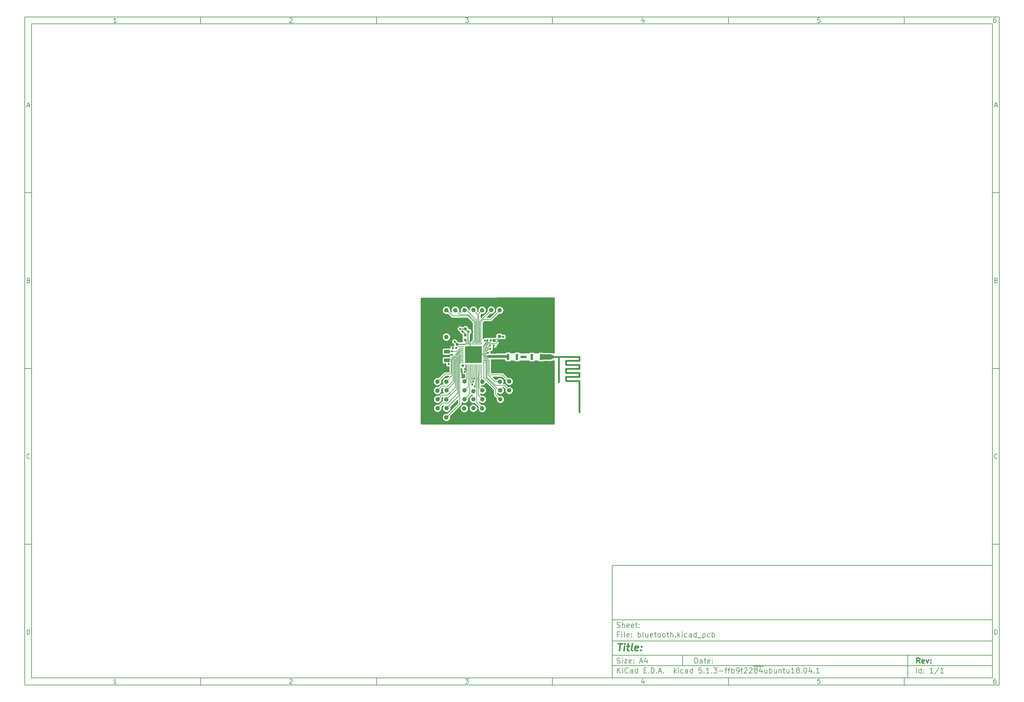
<source format=gbr>
%TF.GenerationSoftware,KiCad,Pcbnew,5.1.3-ffb9f22~84~ubuntu18.04.1*%
%TF.CreationDate,2019-07-25T20:39:45+03:00*%
%TF.ProjectId,bluetooth,626c7565-746f-46f7-9468-2e6b69636164,rev?*%
%TF.SameCoordinates,Original*%
%TF.FileFunction,Copper,L1,Top*%
%TF.FilePolarity,Positive*%
%FSLAX45Y45*%
G04 Gerber Fmt 4.5, Leading zero omitted, Abs format (unit mm)*
G04 Created by KiCad (PCBNEW 5.1.3-ffb9f22~84~ubuntu18.04.1) date 2019-07-25 20:39:45*
%MOMM*%
%LPD*%
G04 APERTURE LIST*
%ADD10C,0.100000*%
%ADD11C,0.150000*%
%ADD12C,0.300000*%
%ADD13C,0.400000*%
%TA.AperFunction,SMDPad,CuDef*%
%ADD14R,0.800000X1.750000*%
%TD*%
%TA.AperFunction,SMDPad,CuDef*%
%ADD15R,1.750000X0.800000*%
%TD*%
%TA.AperFunction,ComponentPad*%
%ADD16C,1.300000*%
%TD*%
%TA.AperFunction,SMDPad,CuDef*%
%ADD17O,0.650000X0.200000*%
%TD*%
%TA.AperFunction,SMDPad,CuDef*%
%ADD18O,0.200000X0.650000*%
%TD*%
%TA.AperFunction,SMDPad,CuDef*%
%ADD19R,4.700000X4.700000*%
%TD*%
%TA.AperFunction,SMDPad,CuDef*%
%ADD20R,0.600000X0.500000*%
%TD*%
%TA.AperFunction,SMDPad,CuDef*%
%ADD21C,0.750000*%
%TD*%
%TA.AperFunction,Conductor*%
%ADD22C,0.100000*%
%TD*%
%TA.AperFunction,SMDPad,CuDef*%
%ADD23C,0.500000*%
%TD*%
%TA.AperFunction,SMDPad,CuDef*%
%ADD24R,0.800000X0.750000*%
%TD*%
%TA.AperFunction,SMDPad,CuDef*%
%ADD25R,0.500000X0.600000*%
%TD*%
%TA.AperFunction,SMDPad,CuDef*%
%ADD26R,0.950000X0.850000*%
%TD*%
%TA.AperFunction,SMDPad,CuDef*%
%ADD27R,0.750000X0.800000*%
%TD*%
%TA.AperFunction,SMDPad,CuDef*%
%ADD28R,1.800000X1.000000*%
%TD*%
%TA.AperFunction,ViaPad*%
%ADD29C,0.609600*%
%TD*%
%TA.AperFunction,ViaPad*%
%ADD30C,0.400000*%
%TD*%
%TA.AperFunction,ViaPad*%
%ADD31C,0.500000*%
%TD*%
%TA.AperFunction,ViaPad*%
%ADD32C,0.660000*%
%TD*%
%TA.AperFunction,Conductor*%
%ADD33C,0.152400*%
%TD*%
%TA.AperFunction,Conductor*%
%ADD34C,0.762000*%
%TD*%
%TA.AperFunction,Conductor*%
%ADD35C,0.228600*%
%TD*%
%TA.AperFunction,Conductor*%
%ADD36C,0.508000*%
%TD*%
%TA.AperFunction,Conductor*%
%ADD37C,0.254000*%
%TD*%
%TA.AperFunction,Conductor*%
%ADD38C,0.381000*%
%TD*%
%TA.AperFunction,Conductor*%
%ADD39C,0.300000*%
%TD*%
%TA.AperFunction,Conductor*%
%ADD40C,0.203200*%
%TD*%
%TA.AperFunction,Conductor*%
%ADD41C,0.279400*%
%TD*%
%TA.AperFunction,Conductor*%
%ADD42C,0.025400*%
%TD*%
G04 APERTURE END LIST*
D10*
D11*
X17700220Y-16600720D02*
X17700220Y-19800720D01*
X28500220Y-19800720D01*
X28500220Y-16600720D01*
X17700220Y-16600720D01*
D10*
D11*
X1000000Y-1000000D02*
X1000000Y-20000720D01*
X28700220Y-20000720D01*
X28700220Y-1000000D01*
X1000000Y-1000000D01*
D10*
D11*
X1200000Y-1200000D02*
X1200000Y-19800720D01*
X28500220Y-19800720D01*
X28500220Y-1200000D01*
X1200000Y-1200000D01*
D10*
D11*
X6000000Y-1200000D02*
X6000000Y-1000000D01*
D10*
D11*
X11000000Y-1200000D02*
X11000000Y-1000000D01*
D10*
D11*
X16000000Y-1200000D02*
X16000000Y-1000000D01*
D10*
D11*
X21000000Y-1200000D02*
X21000000Y-1000000D01*
D10*
D11*
X26000000Y-1200000D02*
X26000000Y-1000000D01*
D10*
D11*
X3606548Y-1158810D02*
X3532262Y-1158810D01*
X3569405Y-1158810D02*
X3569405Y-1028809D01*
X3557024Y-1047381D01*
X3544643Y-1059762D01*
X3532262Y-1065952D01*
D10*
D11*
X8532262Y-1041190D02*
X8538452Y-1035000D01*
X8550833Y-1028809D01*
X8581786Y-1028809D01*
X8594167Y-1035000D01*
X8600357Y-1041190D01*
X8606548Y-1053571D01*
X8606548Y-1065952D01*
X8600357Y-1084524D01*
X8526071Y-1158810D01*
X8606548Y-1158810D01*
D10*
D11*
X13526071Y-1028809D02*
X13606548Y-1028809D01*
X13563214Y-1078333D01*
X13581786Y-1078333D01*
X13594167Y-1084524D01*
X13600357Y-1090714D01*
X13606548Y-1103095D01*
X13606548Y-1134048D01*
X13600357Y-1146429D01*
X13594167Y-1152619D01*
X13581786Y-1158810D01*
X13544643Y-1158810D01*
X13532262Y-1152619D01*
X13526071Y-1146429D01*
D10*
D11*
X18594167Y-1072143D02*
X18594167Y-1158810D01*
X18563214Y-1022619D02*
X18532262Y-1115476D01*
X18612738Y-1115476D01*
D10*
D11*
X23600357Y-1028809D02*
X23538452Y-1028809D01*
X23532262Y-1090714D01*
X23538452Y-1084524D01*
X23550833Y-1078333D01*
X23581786Y-1078333D01*
X23594167Y-1084524D01*
X23600357Y-1090714D01*
X23606548Y-1103095D01*
X23606548Y-1134048D01*
X23600357Y-1146429D01*
X23594167Y-1152619D01*
X23581786Y-1158810D01*
X23550833Y-1158810D01*
X23538452Y-1152619D01*
X23532262Y-1146429D01*
D10*
D11*
X28594167Y-1028809D02*
X28569405Y-1028809D01*
X28557024Y-1035000D01*
X28550833Y-1041190D01*
X28538452Y-1059762D01*
X28532262Y-1084524D01*
X28532262Y-1134048D01*
X28538452Y-1146429D01*
X28544643Y-1152619D01*
X28557024Y-1158810D01*
X28581786Y-1158810D01*
X28594167Y-1152619D01*
X28600357Y-1146429D01*
X28606548Y-1134048D01*
X28606548Y-1103095D01*
X28600357Y-1090714D01*
X28594167Y-1084524D01*
X28581786Y-1078333D01*
X28557024Y-1078333D01*
X28544643Y-1084524D01*
X28538452Y-1090714D01*
X28532262Y-1103095D01*
D10*
D11*
X6000000Y-19800720D02*
X6000000Y-20000720D01*
D10*
D11*
X11000000Y-19800720D02*
X11000000Y-20000720D01*
D10*
D11*
X16000000Y-19800720D02*
X16000000Y-20000720D01*
D10*
D11*
X21000000Y-19800720D02*
X21000000Y-20000720D01*
D10*
D11*
X26000000Y-19800720D02*
X26000000Y-20000720D01*
D10*
D11*
X3606548Y-19959530D02*
X3532262Y-19959530D01*
X3569405Y-19959530D02*
X3569405Y-19829530D01*
X3557024Y-19848101D01*
X3544643Y-19860482D01*
X3532262Y-19866672D01*
D10*
D11*
X8532262Y-19841910D02*
X8538452Y-19835720D01*
X8550833Y-19829530D01*
X8581786Y-19829530D01*
X8594167Y-19835720D01*
X8600357Y-19841910D01*
X8606548Y-19854291D01*
X8606548Y-19866672D01*
X8600357Y-19885244D01*
X8526071Y-19959530D01*
X8606548Y-19959530D01*
D10*
D11*
X13526071Y-19829530D02*
X13606548Y-19829530D01*
X13563214Y-19879053D01*
X13581786Y-19879053D01*
X13594167Y-19885244D01*
X13600357Y-19891434D01*
X13606548Y-19903815D01*
X13606548Y-19934768D01*
X13600357Y-19947149D01*
X13594167Y-19953339D01*
X13581786Y-19959530D01*
X13544643Y-19959530D01*
X13532262Y-19953339D01*
X13526071Y-19947149D01*
D10*
D11*
X18594167Y-19872863D02*
X18594167Y-19959530D01*
X18563214Y-19823339D02*
X18532262Y-19916196D01*
X18612738Y-19916196D01*
D10*
D11*
X23600357Y-19829530D02*
X23538452Y-19829530D01*
X23532262Y-19891434D01*
X23538452Y-19885244D01*
X23550833Y-19879053D01*
X23581786Y-19879053D01*
X23594167Y-19885244D01*
X23600357Y-19891434D01*
X23606548Y-19903815D01*
X23606548Y-19934768D01*
X23600357Y-19947149D01*
X23594167Y-19953339D01*
X23581786Y-19959530D01*
X23550833Y-19959530D01*
X23538452Y-19953339D01*
X23532262Y-19947149D01*
D10*
D11*
X28594167Y-19829530D02*
X28569405Y-19829530D01*
X28557024Y-19835720D01*
X28550833Y-19841910D01*
X28538452Y-19860482D01*
X28532262Y-19885244D01*
X28532262Y-19934768D01*
X28538452Y-19947149D01*
X28544643Y-19953339D01*
X28557024Y-19959530D01*
X28581786Y-19959530D01*
X28594167Y-19953339D01*
X28600357Y-19947149D01*
X28606548Y-19934768D01*
X28606548Y-19903815D01*
X28600357Y-19891434D01*
X28594167Y-19885244D01*
X28581786Y-19879053D01*
X28557024Y-19879053D01*
X28544643Y-19885244D01*
X28538452Y-19891434D01*
X28532262Y-19903815D01*
D10*
D11*
X1000000Y-6000000D02*
X1200000Y-6000000D01*
D10*
D11*
X1000000Y-11000000D02*
X1200000Y-11000000D01*
D10*
D11*
X1000000Y-16000000D02*
X1200000Y-16000000D01*
D10*
D11*
X1069048Y-3521667D02*
X1130952Y-3521667D01*
X1056667Y-3558809D02*
X1100000Y-3428809D01*
X1143333Y-3558809D01*
D10*
D11*
X1109286Y-8490714D02*
X1127857Y-8496905D01*
X1134048Y-8503095D01*
X1140238Y-8515476D01*
X1140238Y-8534048D01*
X1134048Y-8546429D01*
X1127857Y-8552619D01*
X1115476Y-8558810D01*
X1065952Y-8558810D01*
X1065952Y-8428810D01*
X1109286Y-8428810D01*
X1121667Y-8435000D01*
X1127857Y-8441190D01*
X1134048Y-8453571D01*
X1134048Y-8465952D01*
X1127857Y-8478333D01*
X1121667Y-8484524D01*
X1109286Y-8490714D01*
X1065952Y-8490714D01*
D10*
D11*
X1140238Y-13546428D02*
X1134048Y-13552619D01*
X1115476Y-13558809D01*
X1103095Y-13558809D01*
X1084524Y-13552619D01*
X1072143Y-13540238D01*
X1065952Y-13527857D01*
X1059762Y-13503095D01*
X1059762Y-13484524D01*
X1065952Y-13459762D01*
X1072143Y-13447381D01*
X1084524Y-13435000D01*
X1103095Y-13428809D01*
X1115476Y-13428809D01*
X1134048Y-13435000D01*
X1140238Y-13441190D01*
D10*
D11*
X1065952Y-18558810D02*
X1065952Y-18428810D01*
X1096905Y-18428810D01*
X1115476Y-18435000D01*
X1127857Y-18447381D01*
X1134048Y-18459762D01*
X1140238Y-18484524D01*
X1140238Y-18503095D01*
X1134048Y-18527857D01*
X1127857Y-18540238D01*
X1115476Y-18552619D01*
X1096905Y-18558810D01*
X1065952Y-18558810D01*
D10*
D11*
X28700220Y-6000000D02*
X28500220Y-6000000D01*
D10*
D11*
X28700220Y-11000000D02*
X28500220Y-11000000D01*
D10*
D11*
X28700220Y-16000000D02*
X28500220Y-16000000D01*
D10*
D11*
X28569268Y-3521667D02*
X28631172Y-3521667D01*
X28556887Y-3558809D02*
X28600220Y-3428809D01*
X28643553Y-3558809D01*
D10*
D11*
X28609506Y-8490714D02*
X28628077Y-8496905D01*
X28634268Y-8503095D01*
X28640458Y-8515476D01*
X28640458Y-8534048D01*
X28634268Y-8546429D01*
X28628077Y-8552619D01*
X28615696Y-8558810D01*
X28566172Y-8558810D01*
X28566172Y-8428810D01*
X28609506Y-8428810D01*
X28621887Y-8435000D01*
X28628077Y-8441190D01*
X28634268Y-8453571D01*
X28634268Y-8465952D01*
X28628077Y-8478333D01*
X28621887Y-8484524D01*
X28609506Y-8490714D01*
X28566172Y-8490714D01*
D10*
D11*
X28640458Y-13546428D02*
X28634268Y-13552619D01*
X28615696Y-13558809D01*
X28603315Y-13558809D01*
X28584744Y-13552619D01*
X28572363Y-13540238D01*
X28566172Y-13527857D01*
X28559982Y-13503095D01*
X28559982Y-13484524D01*
X28566172Y-13459762D01*
X28572363Y-13447381D01*
X28584744Y-13435000D01*
X28603315Y-13428809D01*
X28615696Y-13428809D01*
X28634268Y-13435000D01*
X28640458Y-13441190D01*
D10*
D11*
X28566172Y-18558810D02*
X28566172Y-18428810D01*
X28597125Y-18428810D01*
X28615696Y-18435000D01*
X28628077Y-18447381D01*
X28634268Y-18459762D01*
X28640458Y-18484524D01*
X28640458Y-18503095D01*
X28634268Y-18527857D01*
X28628077Y-18540238D01*
X28615696Y-18552619D01*
X28597125Y-18558810D01*
X28566172Y-18558810D01*
D10*
D11*
X20043434Y-19378577D02*
X20043434Y-19228577D01*
X20079149Y-19228577D01*
X20100577Y-19235720D01*
X20114863Y-19250006D01*
X20122006Y-19264291D01*
X20129149Y-19292863D01*
X20129149Y-19314291D01*
X20122006Y-19342863D01*
X20114863Y-19357149D01*
X20100577Y-19371434D01*
X20079149Y-19378577D01*
X20043434Y-19378577D01*
X20257720Y-19378577D02*
X20257720Y-19300006D01*
X20250577Y-19285720D01*
X20236291Y-19278577D01*
X20207720Y-19278577D01*
X20193434Y-19285720D01*
X20257720Y-19371434D02*
X20243434Y-19378577D01*
X20207720Y-19378577D01*
X20193434Y-19371434D01*
X20186291Y-19357149D01*
X20186291Y-19342863D01*
X20193434Y-19328577D01*
X20207720Y-19321434D01*
X20243434Y-19321434D01*
X20257720Y-19314291D01*
X20307720Y-19278577D02*
X20364863Y-19278577D01*
X20329149Y-19228577D02*
X20329149Y-19357149D01*
X20336291Y-19371434D01*
X20350577Y-19378577D01*
X20364863Y-19378577D01*
X20472006Y-19371434D02*
X20457720Y-19378577D01*
X20429149Y-19378577D01*
X20414863Y-19371434D01*
X20407720Y-19357149D01*
X20407720Y-19300006D01*
X20414863Y-19285720D01*
X20429149Y-19278577D01*
X20457720Y-19278577D01*
X20472006Y-19285720D01*
X20479149Y-19300006D01*
X20479149Y-19314291D01*
X20407720Y-19328577D01*
X20543434Y-19364291D02*
X20550577Y-19371434D01*
X20543434Y-19378577D01*
X20536291Y-19371434D01*
X20543434Y-19364291D01*
X20543434Y-19378577D01*
X20543434Y-19285720D02*
X20550577Y-19292863D01*
X20543434Y-19300006D01*
X20536291Y-19292863D01*
X20543434Y-19285720D01*
X20543434Y-19300006D01*
D10*
D11*
X17700220Y-19450720D02*
X28500220Y-19450720D01*
D10*
D11*
X17843434Y-19658577D02*
X17843434Y-19508577D01*
X17929149Y-19658577D02*
X17864863Y-19572863D01*
X17929149Y-19508577D02*
X17843434Y-19594291D01*
X17993434Y-19658577D02*
X17993434Y-19558577D01*
X17993434Y-19508577D02*
X17986291Y-19515720D01*
X17993434Y-19522863D01*
X18000577Y-19515720D01*
X17993434Y-19508577D01*
X17993434Y-19522863D01*
X18150577Y-19644291D02*
X18143434Y-19651434D01*
X18122006Y-19658577D01*
X18107720Y-19658577D01*
X18086291Y-19651434D01*
X18072006Y-19637149D01*
X18064863Y-19622863D01*
X18057720Y-19594291D01*
X18057720Y-19572863D01*
X18064863Y-19544291D01*
X18072006Y-19530006D01*
X18086291Y-19515720D01*
X18107720Y-19508577D01*
X18122006Y-19508577D01*
X18143434Y-19515720D01*
X18150577Y-19522863D01*
X18279149Y-19658577D02*
X18279149Y-19580006D01*
X18272006Y-19565720D01*
X18257720Y-19558577D01*
X18229149Y-19558577D01*
X18214863Y-19565720D01*
X18279149Y-19651434D02*
X18264863Y-19658577D01*
X18229149Y-19658577D01*
X18214863Y-19651434D01*
X18207720Y-19637149D01*
X18207720Y-19622863D01*
X18214863Y-19608577D01*
X18229149Y-19601434D01*
X18264863Y-19601434D01*
X18279149Y-19594291D01*
X18414863Y-19658577D02*
X18414863Y-19508577D01*
X18414863Y-19651434D02*
X18400577Y-19658577D01*
X18372006Y-19658577D01*
X18357720Y-19651434D01*
X18350577Y-19644291D01*
X18343434Y-19630006D01*
X18343434Y-19587149D01*
X18350577Y-19572863D01*
X18357720Y-19565720D01*
X18372006Y-19558577D01*
X18400577Y-19558577D01*
X18414863Y-19565720D01*
X18600577Y-19580006D02*
X18650577Y-19580006D01*
X18672006Y-19658577D02*
X18600577Y-19658577D01*
X18600577Y-19508577D01*
X18672006Y-19508577D01*
X18736291Y-19644291D02*
X18743434Y-19651434D01*
X18736291Y-19658577D01*
X18729149Y-19651434D01*
X18736291Y-19644291D01*
X18736291Y-19658577D01*
X18807720Y-19658577D02*
X18807720Y-19508577D01*
X18843434Y-19508577D01*
X18864863Y-19515720D01*
X18879149Y-19530006D01*
X18886291Y-19544291D01*
X18893434Y-19572863D01*
X18893434Y-19594291D01*
X18886291Y-19622863D01*
X18879149Y-19637149D01*
X18864863Y-19651434D01*
X18843434Y-19658577D01*
X18807720Y-19658577D01*
X18957720Y-19644291D02*
X18964863Y-19651434D01*
X18957720Y-19658577D01*
X18950577Y-19651434D01*
X18957720Y-19644291D01*
X18957720Y-19658577D01*
X19022006Y-19615720D02*
X19093434Y-19615720D01*
X19007720Y-19658577D02*
X19057720Y-19508577D01*
X19107720Y-19658577D01*
X19157720Y-19644291D02*
X19164863Y-19651434D01*
X19157720Y-19658577D01*
X19150577Y-19651434D01*
X19157720Y-19644291D01*
X19157720Y-19658577D01*
X19457720Y-19658577D02*
X19457720Y-19508577D01*
X19472006Y-19601434D02*
X19514863Y-19658577D01*
X19514863Y-19558577D02*
X19457720Y-19615720D01*
X19579149Y-19658577D02*
X19579149Y-19558577D01*
X19579149Y-19508577D02*
X19572006Y-19515720D01*
X19579149Y-19522863D01*
X19586291Y-19515720D01*
X19579149Y-19508577D01*
X19579149Y-19522863D01*
X19714863Y-19651434D02*
X19700577Y-19658577D01*
X19672006Y-19658577D01*
X19657720Y-19651434D01*
X19650577Y-19644291D01*
X19643434Y-19630006D01*
X19643434Y-19587149D01*
X19650577Y-19572863D01*
X19657720Y-19565720D01*
X19672006Y-19558577D01*
X19700577Y-19558577D01*
X19714863Y-19565720D01*
X19843434Y-19658577D02*
X19843434Y-19580006D01*
X19836291Y-19565720D01*
X19822006Y-19558577D01*
X19793434Y-19558577D01*
X19779149Y-19565720D01*
X19843434Y-19651434D02*
X19829149Y-19658577D01*
X19793434Y-19658577D01*
X19779149Y-19651434D01*
X19772006Y-19637149D01*
X19772006Y-19622863D01*
X19779149Y-19608577D01*
X19793434Y-19601434D01*
X19829149Y-19601434D01*
X19843434Y-19594291D01*
X19979149Y-19658577D02*
X19979149Y-19508577D01*
X19979149Y-19651434D02*
X19964863Y-19658577D01*
X19936291Y-19658577D01*
X19922006Y-19651434D01*
X19914863Y-19644291D01*
X19907720Y-19630006D01*
X19907720Y-19587149D01*
X19914863Y-19572863D01*
X19922006Y-19565720D01*
X19936291Y-19558577D01*
X19964863Y-19558577D01*
X19979149Y-19565720D01*
X20236291Y-19508577D02*
X20164863Y-19508577D01*
X20157720Y-19580006D01*
X20164863Y-19572863D01*
X20179149Y-19565720D01*
X20214863Y-19565720D01*
X20229149Y-19572863D01*
X20236291Y-19580006D01*
X20243434Y-19594291D01*
X20243434Y-19630006D01*
X20236291Y-19644291D01*
X20229149Y-19651434D01*
X20214863Y-19658577D01*
X20179149Y-19658577D01*
X20164863Y-19651434D01*
X20157720Y-19644291D01*
X20307720Y-19644291D02*
X20314863Y-19651434D01*
X20307720Y-19658577D01*
X20300577Y-19651434D01*
X20307720Y-19644291D01*
X20307720Y-19658577D01*
X20457720Y-19658577D02*
X20372006Y-19658577D01*
X20414863Y-19658577D02*
X20414863Y-19508577D01*
X20400577Y-19530006D01*
X20386291Y-19544291D01*
X20372006Y-19551434D01*
X20522006Y-19644291D02*
X20529149Y-19651434D01*
X20522006Y-19658577D01*
X20514863Y-19651434D01*
X20522006Y-19644291D01*
X20522006Y-19658577D01*
X20579149Y-19508577D02*
X20672006Y-19508577D01*
X20622006Y-19565720D01*
X20643434Y-19565720D01*
X20657720Y-19572863D01*
X20664863Y-19580006D01*
X20672006Y-19594291D01*
X20672006Y-19630006D01*
X20664863Y-19644291D01*
X20657720Y-19651434D01*
X20643434Y-19658577D01*
X20600577Y-19658577D01*
X20586291Y-19651434D01*
X20579149Y-19644291D01*
X20736291Y-19601434D02*
X20850577Y-19601434D01*
X20900577Y-19558577D02*
X20957720Y-19558577D01*
X20922006Y-19658577D02*
X20922006Y-19530006D01*
X20929149Y-19515720D01*
X20943434Y-19508577D01*
X20957720Y-19508577D01*
X20986291Y-19558577D02*
X21043434Y-19558577D01*
X21007720Y-19658577D02*
X21007720Y-19530006D01*
X21014863Y-19515720D01*
X21029149Y-19508577D01*
X21043434Y-19508577D01*
X21093434Y-19658577D02*
X21093434Y-19508577D01*
X21093434Y-19565720D02*
X21107720Y-19558577D01*
X21136291Y-19558577D01*
X21150577Y-19565720D01*
X21157720Y-19572863D01*
X21164863Y-19587149D01*
X21164863Y-19630006D01*
X21157720Y-19644291D01*
X21150577Y-19651434D01*
X21136291Y-19658577D01*
X21107720Y-19658577D01*
X21093434Y-19651434D01*
X21236291Y-19658577D02*
X21264863Y-19658577D01*
X21279149Y-19651434D01*
X21286291Y-19644291D01*
X21300577Y-19622863D01*
X21307720Y-19594291D01*
X21307720Y-19537149D01*
X21300577Y-19522863D01*
X21293434Y-19515720D01*
X21279149Y-19508577D01*
X21250577Y-19508577D01*
X21236291Y-19515720D01*
X21229149Y-19522863D01*
X21222006Y-19537149D01*
X21222006Y-19572863D01*
X21229149Y-19587149D01*
X21236291Y-19594291D01*
X21250577Y-19601434D01*
X21279149Y-19601434D01*
X21293434Y-19594291D01*
X21300577Y-19587149D01*
X21307720Y-19572863D01*
X21350577Y-19558577D02*
X21407720Y-19558577D01*
X21372006Y-19658577D02*
X21372006Y-19530006D01*
X21379149Y-19515720D01*
X21393434Y-19508577D01*
X21407720Y-19508577D01*
X21450577Y-19522863D02*
X21457720Y-19515720D01*
X21472006Y-19508577D01*
X21507720Y-19508577D01*
X21522006Y-19515720D01*
X21529149Y-19522863D01*
X21536291Y-19537149D01*
X21536291Y-19551434D01*
X21529149Y-19572863D01*
X21443434Y-19658577D01*
X21536291Y-19658577D01*
X21593434Y-19522863D02*
X21600577Y-19515720D01*
X21614863Y-19508577D01*
X21650577Y-19508577D01*
X21664863Y-19515720D01*
X21672006Y-19522863D01*
X21679149Y-19537149D01*
X21679149Y-19551434D01*
X21672006Y-19572863D01*
X21586291Y-19658577D01*
X21679149Y-19658577D01*
X21707720Y-19467720D02*
X21850577Y-19467720D01*
X21764863Y-19572863D02*
X21750577Y-19565720D01*
X21743434Y-19558577D01*
X21736291Y-19544291D01*
X21736291Y-19537149D01*
X21743434Y-19522863D01*
X21750577Y-19515720D01*
X21764863Y-19508577D01*
X21793434Y-19508577D01*
X21807720Y-19515720D01*
X21814863Y-19522863D01*
X21822006Y-19537149D01*
X21822006Y-19544291D01*
X21814863Y-19558577D01*
X21807720Y-19565720D01*
X21793434Y-19572863D01*
X21764863Y-19572863D01*
X21750577Y-19580006D01*
X21743434Y-19587149D01*
X21736291Y-19601434D01*
X21736291Y-19630006D01*
X21743434Y-19644291D01*
X21750577Y-19651434D01*
X21764863Y-19658577D01*
X21793434Y-19658577D01*
X21807720Y-19651434D01*
X21814863Y-19644291D01*
X21822006Y-19630006D01*
X21822006Y-19601434D01*
X21814863Y-19587149D01*
X21807720Y-19580006D01*
X21793434Y-19572863D01*
X21850577Y-19467720D02*
X21993434Y-19467720D01*
X21950577Y-19558577D02*
X21950577Y-19658577D01*
X21914863Y-19501434D02*
X21879149Y-19608577D01*
X21972006Y-19608577D01*
X22093434Y-19558577D02*
X22093434Y-19658577D01*
X22029149Y-19558577D02*
X22029149Y-19637149D01*
X22036291Y-19651434D01*
X22050577Y-19658577D01*
X22072006Y-19658577D01*
X22086291Y-19651434D01*
X22093434Y-19644291D01*
X22164863Y-19658577D02*
X22164863Y-19508577D01*
X22164863Y-19565720D02*
X22179149Y-19558577D01*
X22207720Y-19558577D01*
X22222006Y-19565720D01*
X22229149Y-19572863D01*
X22236291Y-19587149D01*
X22236291Y-19630006D01*
X22229149Y-19644291D01*
X22222006Y-19651434D01*
X22207720Y-19658577D01*
X22179149Y-19658577D01*
X22164863Y-19651434D01*
X22364863Y-19558577D02*
X22364863Y-19658577D01*
X22300577Y-19558577D02*
X22300577Y-19637149D01*
X22307720Y-19651434D01*
X22322006Y-19658577D01*
X22343434Y-19658577D01*
X22357720Y-19651434D01*
X22364863Y-19644291D01*
X22436291Y-19558577D02*
X22436291Y-19658577D01*
X22436291Y-19572863D02*
X22443434Y-19565720D01*
X22457720Y-19558577D01*
X22479148Y-19558577D01*
X22493434Y-19565720D01*
X22500577Y-19580006D01*
X22500577Y-19658577D01*
X22550577Y-19558577D02*
X22607720Y-19558577D01*
X22572006Y-19508577D02*
X22572006Y-19637149D01*
X22579148Y-19651434D01*
X22593434Y-19658577D01*
X22607720Y-19658577D01*
X22722006Y-19558577D02*
X22722006Y-19658577D01*
X22657720Y-19558577D02*
X22657720Y-19637149D01*
X22664863Y-19651434D01*
X22679148Y-19658577D01*
X22700577Y-19658577D01*
X22714863Y-19651434D01*
X22722006Y-19644291D01*
X22872006Y-19658577D02*
X22786291Y-19658577D01*
X22829148Y-19658577D02*
X22829148Y-19508577D01*
X22814863Y-19530006D01*
X22800577Y-19544291D01*
X22786291Y-19551434D01*
X22957720Y-19572863D02*
X22943434Y-19565720D01*
X22936291Y-19558577D01*
X22929148Y-19544291D01*
X22929148Y-19537149D01*
X22936291Y-19522863D01*
X22943434Y-19515720D01*
X22957720Y-19508577D01*
X22986291Y-19508577D01*
X23000577Y-19515720D01*
X23007720Y-19522863D01*
X23014863Y-19537149D01*
X23014863Y-19544291D01*
X23007720Y-19558577D01*
X23000577Y-19565720D01*
X22986291Y-19572863D01*
X22957720Y-19572863D01*
X22943434Y-19580006D01*
X22936291Y-19587149D01*
X22929148Y-19601434D01*
X22929148Y-19630006D01*
X22936291Y-19644291D01*
X22943434Y-19651434D01*
X22957720Y-19658577D01*
X22986291Y-19658577D01*
X23000577Y-19651434D01*
X23007720Y-19644291D01*
X23014863Y-19630006D01*
X23014863Y-19601434D01*
X23007720Y-19587149D01*
X23000577Y-19580006D01*
X22986291Y-19572863D01*
X23079148Y-19644291D02*
X23086291Y-19651434D01*
X23079148Y-19658577D01*
X23072006Y-19651434D01*
X23079148Y-19644291D01*
X23079148Y-19658577D01*
X23179148Y-19508577D02*
X23193434Y-19508577D01*
X23207720Y-19515720D01*
X23214863Y-19522863D01*
X23222006Y-19537149D01*
X23229148Y-19565720D01*
X23229148Y-19601434D01*
X23222006Y-19630006D01*
X23214863Y-19644291D01*
X23207720Y-19651434D01*
X23193434Y-19658577D01*
X23179148Y-19658577D01*
X23164863Y-19651434D01*
X23157720Y-19644291D01*
X23150577Y-19630006D01*
X23143434Y-19601434D01*
X23143434Y-19565720D01*
X23150577Y-19537149D01*
X23157720Y-19522863D01*
X23164863Y-19515720D01*
X23179148Y-19508577D01*
X23357720Y-19558577D02*
X23357720Y-19658577D01*
X23322006Y-19501434D02*
X23286291Y-19608577D01*
X23379148Y-19608577D01*
X23436291Y-19644291D02*
X23443434Y-19651434D01*
X23436291Y-19658577D01*
X23429148Y-19651434D01*
X23436291Y-19644291D01*
X23436291Y-19658577D01*
X23586291Y-19658577D02*
X23500577Y-19658577D01*
X23543434Y-19658577D02*
X23543434Y-19508577D01*
X23529148Y-19530006D01*
X23514863Y-19544291D01*
X23500577Y-19551434D01*
D10*
D11*
X17700220Y-19150720D02*
X28500220Y-19150720D01*
D10*
D12*
X26441148Y-19378577D02*
X26391148Y-19307149D01*
X26355434Y-19378577D02*
X26355434Y-19228577D01*
X26412577Y-19228577D01*
X26426863Y-19235720D01*
X26434006Y-19242863D01*
X26441148Y-19257149D01*
X26441148Y-19278577D01*
X26434006Y-19292863D01*
X26426863Y-19300006D01*
X26412577Y-19307149D01*
X26355434Y-19307149D01*
X26562577Y-19371434D02*
X26548291Y-19378577D01*
X26519720Y-19378577D01*
X26505434Y-19371434D01*
X26498291Y-19357149D01*
X26498291Y-19300006D01*
X26505434Y-19285720D01*
X26519720Y-19278577D01*
X26548291Y-19278577D01*
X26562577Y-19285720D01*
X26569720Y-19300006D01*
X26569720Y-19314291D01*
X26498291Y-19328577D01*
X26619720Y-19278577D02*
X26655434Y-19378577D01*
X26691148Y-19278577D01*
X26748291Y-19364291D02*
X26755434Y-19371434D01*
X26748291Y-19378577D01*
X26741148Y-19371434D01*
X26748291Y-19364291D01*
X26748291Y-19378577D01*
X26748291Y-19285720D02*
X26755434Y-19292863D01*
X26748291Y-19300006D01*
X26741148Y-19292863D01*
X26748291Y-19285720D01*
X26748291Y-19300006D01*
D10*
D11*
X17836291Y-19371434D02*
X17857720Y-19378577D01*
X17893434Y-19378577D01*
X17907720Y-19371434D01*
X17914863Y-19364291D01*
X17922006Y-19350006D01*
X17922006Y-19335720D01*
X17914863Y-19321434D01*
X17907720Y-19314291D01*
X17893434Y-19307149D01*
X17864863Y-19300006D01*
X17850577Y-19292863D01*
X17843434Y-19285720D01*
X17836291Y-19271434D01*
X17836291Y-19257149D01*
X17843434Y-19242863D01*
X17850577Y-19235720D01*
X17864863Y-19228577D01*
X17900577Y-19228577D01*
X17922006Y-19235720D01*
X17986291Y-19378577D02*
X17986291Y-19278577D01*
X17986291Y-19228577D02*
X17979149Y-19235720D01*
X17986291Y-19242863D01*
X17993434Y-19235720D01*
X17986291Y-19228577D01*
X17986291Y-19242863D01*
X18043434Y-19278577D02*
X18122006Y-19278577D01*
X18043434Y-19378577D01*
X18122006Y-19378577D01*
X18236291Y-19371434D02*
X18222006Y-19378577D01*
X18193434Y-19378577D01*
X18179149Y-19371434D01*
X18172006Y-19357149D01*
X18172006Y-19300006D01*
X18179149Y-19285720D01*
X18193434Y-19278577D01*
X18222006Y-19278577D01*
X18236291Y-19285720D01*
X18243434Y-19300006D01*
X18243434Y-19314291D01*
X18172006Y-19328577D01*
X18307720Y-19364291D02*
X18314863Y-19371434D01*
X18307720Y-19378577D01*
X18300577Y-19371434D01*
X18307720Y-19364291D01*
X18307720Y-19378577D01*
X18307720Y-19285720D02*
X18314863Y-19292863D01*
X18307720Y-19300006D01*
X18300577Y-19292863D01*
X18307720Y-19285720D01*
X18307720Y-19300006D01*
X18486291Y-19335720D02*
X18557720Y-19335720D01*
X18472006Y-19378577D02*
X18522006Y-19228577D01*
X18572006Y-19378577D01*
X18686291Y-19278577D02*
X18686291Y-19378577D01*
X18650577Y-19221434D02*
X18614863Y-19328577D01*
X18707720Y-19328577D01*
D10*
D11*
X26343434Y-19658577D02*
X26343434Y-19508577D01*
X26479148Y-19658577D02*
X26479148Y-19508577D01*
X26479148Y-19651434D02*
X26464863Y-19658577D01*
X26436291Y-19658577D01*
X26422006Y-19651434D01*
X26414863Y-19644291D01*
X26407720Y-19630006D01*
X26407720Y-19587149D01*
X26414863Y-19572863D01*
X26422006Y-19565720D01*
X26436291Y-19558577D01*
X26464863Y-19558577D01*
X26479148Y-19565720D01*
X26550577Y-19644291D02*
X26557720Y-19651434D01*
X26550577Y-19658577D01*
X26543434Y-19651434D01*
X26550577Y-19644291D01*
X26550577Y-19658577D01*
X26550577Y-19565720D02*
X26557720Y-19572863D01*
X26550577Y-19580006D01*
X26543434Y-19572863D01*
X26550577Y-19565720D01*
X26550577Y-19580006D01*
X26814863Y-19658577D02*
X26729148Y-19658577D01*
X26772006Y-19658577D02*
X26772006Y-19508577D01*
X26757720Y-19530006D01*
X26743434Y-19544291D01*
X26729148Y-19551434D01*
X26986291Y-19501434D02*
X26857720Y-19694291D01*
X27114863Y-19658577D02*
X27029148Y-19658577D01*
X27072006Y-19658577D02*
X27072006Y-19508577D01*
X27057720Y-19530006D01*
X27043434Y-19544291D01*
X27029148Y-19551434D01*
D10*
D11*
X17700220Y-18750720D02*
X28500220Y-18750720D01*
D10*
D13*
X17871458Y-18821196D02*
X17985744Y-18821196D01*
X17903601Y-19021196D02*
X17928601Y-18821196D01*
X18027410Y-19021196D02*
X18044077Y-18887863D01*
X18052410Y-18821196D02*
X18041696Y-18830720D01*
X18050030Y-18840244D01*
X18060744Y-18830720D01*
X18052410Y-18821196D01*
X18050030Y-18840244D01*
X18110744Y-18887863D02*
X18186934Y-18887863D01*
X18147649Y-18821196D02*
X18126220Y-18992625D01*
X18133363Y-19011672D01*
X18151220Y-19021196D01*
X18170268Y-19021196D01*
X18265506Y-19021196D02*
X18247649Y-19011672D01*
X18240506Y-18992625D01*
X18261934Y-18821196D01*
X18419077Y-19011672D02*
X18398839Y-19021196D01*
X18360744Y-19021196D01*
X18342887Y-19011672D01*
X18335744Y-18992625D01*
X18345268Y-18916434D01*
X18357172Y-18897387D01*
X18377410Y-18887863D01*
X18415506Y-18887863D01*
X18433363Y-18897387D01*
X18440506Y-18916434D01*
X18438125Y-18935482D01*
X18340506Y-18954530D01*
X18515506Y-19002149D02*
X18523839Y-19011672D01*
X18513125Y-19021196D01*
X18504791Y-19011672D01*
X18515506Y-19002149D01*
X18513125Y-19021196D01*
X18528601Y-18897387D02*
X18536934Y-18906910D01*
X18526220Y-18916434D01*
X18517887Y-18906910D01*
X18528601Y-18897387D01*
X18526220Y-18916434D01*
D10*
D11*
X17893434Y-18560006D02*
X17843434Y-18560006D01*
X17843434Y-18638577D02*
X17843434Y-18488577D01*
X17914863Y-18488577D01*
X17972006Y-18638577D02*
X17972006Y-18538577D01*
X17972006Y-18488577D02*
X17964863Y-18495720D01*
X17972006Y-18502863D01*
X17979149Y-18495720D01*
X17972006Y-18488577D01*
X17972006Y-18502863D01*
X18064863Y-18638577D02*
X18050577Y-18631434D01*
X18043434Y-18617149D01*
X18043434Y-18488577D01*
X18179149Y-18631434D02*
X18164863Y-18638577D01*
X18136291Y-18638577D01*
X18122006Y-18631434D01*
X18114863Y-18617149D01*
X18114863Y-18560006D01*
X18122006Y-18545720D01*
X18136291Y-18538577D01*
X18164863Y-18538577D01*
X18179149Y-18545720D01*
X18186291Y-18560006D01*
X18186291Y-18574291D01*
X18114863Y-18588577D01*
X18250577Y-18624291D02*
X18257720Y-18631434D01*
X18250577Y-18638577D01*
X18243434Y-18631434D01*
X18250577Y-18624291D01*
X18250577Y-18638577D01*
X18250577Y-18545720D02*
X18257720Y-18552863D01*
X18250577Y-18560006D01*
X18243434Y-18552863D01*
X18250577Y-18545720D01*
X18250577Y-18560006D01*
X18436291Y-18638577D02*
X18436291Y-18488577D01*
X18436291Y-18545720D02*
X18450577Y-18538577D01*
X18479149Y-18538577D01*
X18493434Y-18545720D01*
X18500577Y-18552863D01*
X18507720Y-18567149D01*
X18507720Y-18610006D01*
X18500577Y-18624291D01*
X18493434Y-18631434D01*
X18479149Y-18638577D01*
X18450577Y-18638577D01*
X18436291Y-18631434D01*
X18593434Y-18638577D02*
X18579149Y-18631434D01*
X18572006Y-18617149D01*
X18572006Y-18488577D01*
X18714863Y-18538577D02*
X18714863Y-18638577D01*
X18650577Y-18538577D02*
X18650577Y-18617149D01*
X18657720Y-18631434D01*
X18672006Y-18638577D01*
X18693434Y-18638577D01*
X18707720Y-18631434D01*
X18714863Y-18624291D01*
X18843434Y-18631434D02*
X18829149Y-18638577D01*
X18800577Y-18638577D01*
X18786291Y-18631434D01*
X18779149Y-18617149D01*
X18779149Y-18560006D01*
X18786291Y-18545720D01*
X18800577Y-18538577D01*
X18829149Y-18538577D01*
X18843434Y-18545720D01*
X18850577Y-18560006D01*
X18850577Y-18574291D01*
X18779149Y-18588577D01*
X18893434Y-18538577D02*
X18950577Y-18538577D01*
X18914863Y-18488577D02*
X18914863Y-18617149D01*
X18922006Y-18631434D01*
X18936291Y-18638577D01*
X18950577Y-18638577D01*
X19022006Y-18638577D02*
X19007720Y-18631434D01*
X19000577Y-18624291D01*
X18993434Y-18610006D01*
X18993434Y-18567149D01*
X19000577Y-18552863D01*
X19007720Y-18545720D01*
X19022006Y-18538577D01*
X19043434Y-18538577D01*
X19057720Y-18545720D01*
X19064863Y-18552863D01*
X19072006Y-18567149D01*
X19072006Y-18610006D01*
X19064863Y-18624291D01*
X19057720Y-18631434D01*
X19043434Y-18638577D01*
X19022006Y-18638577D01*
X19157720Y-18638577D02*
X19143434Y-18631434D01*
X19136291Y-18624291D01*
X19129149Y-18610006D01*
X19129149Y-18567149D01*
X19136291Y-18552863D01*
X19143434Y-18545720D01*
X19157720Y-18538577D01*
X19179149Y-18538577D01*
X19193434Y-18545720D01*
X19200577Y-18552863D01*
X19207720Y-18567149D01*
X19207720Y-18610006D01*
X19200577Y-18624291D01*
X19193434Y-18631434D01*
X19179149Y-18638577D01*
X19157720Y-18638577D01*
X19250577Y-18538577D02*
X19307720Y-18538577D01*
X19272006Y-18488577D02*
X19272006Y-18617149D01*
X19279149Y-18631434D01*
X19293434Y-18638577D01*
X19307720Y-18638577D01*
X19357720Y-18638577D02*
X19357720Y-18488577D01*
X19422006Y-18638577D02*
X19422006Y-18560006D01*
X19414863Y-18545720D01*
X19400577Y-18538577D01*
X19379149Y-18538577D01*
X19364863Y-18545720D01*
X19357720Y-18552863D01*
X19493434Y-18624291D02*
X19500577Y-18631434D01*
X19493434Y-18638577D01*
X19486291Y-18631434D01*
X19493434Y-18624291D01*
X19493434Y-18638577D01*
X19564863Y-18638577D02*
X19564863Y-18488577D01*
X19579149Y-18581434D02*
X19622006Y-18638577D01*
X19622006Y-18538577D02*
X19564863Y-18595720D01*
X19686291Y-18638577D02*
X19686291Y-18538577D01*
X19686291Y-18488577D02*
X19679149Y-18495720D01*
X19686291Y-18502863D01*
X19693434Y-18495720D01*
X19686291Y-18488577D01*
X19686291Y-18502863D01*
X19822006Y-18631434D02*
X19807720Y-18638577D01*
X19779149Y-18638577D01*
X19764863Y-18631434D01*
X19757720Y-18624291D01*
X19750577Y-18610006D01*
X19750577Y-18567149D01*
X19757720Y-18552863D01*
X19764863Y-18545720D01*
X19779149Y-18538577D01*
X19807720Y-18538577D01*
X19822006Y-18545720D01*
X19950577Y-18638577D02*
X19950577Y-18560006D01*
X19943434Y-18545720D01*
X19929149Y-18538577D01*
X19900577Y-18538577D01*
X19886291Y-18545720D01*
X19950577Y-18631434D02*
X19936291Y-18638577D01*
X19900577Y-18638577D01*
X19886291Y-18631434D01*
X19879149Y-18617149D01*
X19879149Y-18602863D01*
X19886291Y-18588577D01*
X19900577Y-18581434D01*
X19936291Y-18581434D01*
X19950577Y-18574291D01*
X20086291Y-18638577D02*
X20086291Y-18488577D01*
X20086291Y-18631434D02*
X20072006Y-18638577D01*
X20043434Y-18638577D01*
X20029149Y-18631434D01*
X20022006Y-18624291D01*
X20014863Y-18610006D01*
X20014863Y-18567149D01*
X20022006Y-18552863D01*
X20029149Y-18545720D01*
X20043434Y-18538577D01*
X20072006Y-18538577D01*
X20086291Y-18545720D01*
X20122006Y-18652863D02*
X20236291Y-18652863D01*
X20272006Y-18538577D02*
X20272006Y-18688577D01*
X20272006Y-18545720D02*
X20286291Y-18538577D01*
X20314863Y-18538577D01*
X20329149Y-18545720D01*
X20336291Y-18552863D01*
X20343434Y-18567149D01*
X20343434Y-18610006D01*
X20336291Y-18624291D01*
X20329149Y-18631434D01*
X20314863Y-18638577D01*
X20286291Y-18638577D01*
X20272006Y-18631434D01*
X20472006Y-18631434D02*
X20457720Y-18638577D01*
X20429149Y-18638577D01*
X20414863Y-18631434D01*
X20407720Y-18624291D01*
X20400577Y-18610006D01*
X20400577Y-18567149D01*
X20407720Y-18552863D01*
X20414863Y-18545720D01*
X20429149Y-18538577D01*
X20457720Y-18538577D01*
X20472006Y-18545720D01*
X20536291Y-18638577D02*
X20536291Y-18488577D01*
X20536291Y-18545720D02*
X20550577Y-18538577D01*
X20579149Y-18538577D01*
X20593434Y-18545720D01*
X20600577Y-18552863D01*
X20607720Y-18567149D01*
X20607720Y-18610006D01*
X20600577Y-18624291D01*
X20593434Y-18631434D01*
X20579149Y-18638577D01*
X20550577Y-18638577D01*
X20536291Y-18631434D01*
D10*
D11*
X17700220Y-18150720D02*
X28500220Y-18150720D01*
D10*
D11*
X17836291Y-18361434D02*
X17857720Y-18368577D01*
X17893434Y-18368577D01*
X17907720Y-18361434D01*
X17914863Y-18354291D01*
X17922006Y-18340006D01*
X17922006Y-18325720D01*
X17914863Y-18311434D01*
X17907720Y-18304291D01*
X17893434Y-18297149D01*
X17864863Y-18290006D01*
X17850577Y-18282863D01*
X17843434Y-18275720D01*
X17836291Y-18261434D01*
X17836291Y-18247149D01*
X17843434Y-18232863D01*
X17850577Y-18225720D01*
X17864863Y-18218577D01*
X17900577Y-18218577D01*
X17922006Y-18225720D01*
X17986291Y-18368577D02*
X17986291Y-18218577D01*
X18050577Y-18368577D02*
X18050577Y-18290006D01*
X18043434Y-18275720D01*
X18029149Y-18268577D01*
X18007720Y-18268577D01*
X17993434Y-18275720D01*
X17986291Y-18282863D01*
X18179149Y-18361434D02*
X18164863Y-18368577D01*
X18136291Y-18368577D01*
X18122006Y-18361434D01*
X18114863Y-18347149D01*
X18114863Y-18290006D01*
X18122006Y-18275720D01*
X18136291Y-18268577D01*
X18164863Y-18268577D01*
X18179149Y-18275720D01*
X18186291Y-18290006D01*
X18186291Y-18304291D01*
X18114863Y-18318577D01*
X18307720Y-18361434D02*
X18293434Y-18368577D01*
X18264863Y-18368577D01*
X18250577Y-18361434D01*
X18243434Y-18347149D01*
X18243434Y-18290006D01*
X18250577Y-18275720D01*
X18264863Y-18268577D01*
X18293434Y-18268577D01*
X18307720Y-18275720D01*
X18314863Y-18290006D01*
X18314863Y-18304291D01*
X18243434Y-18318577D01*
X18357720Y-18268577D02*
X18414863Y-18268577D01*
X18379149Y-18218577D02*
X18379149Y-18347149D01*
X18386291Y-18361434D01*
X18400577Y-18368577D01*
X18414863Y-18368577D01*
X18464863Y-18354291D02*
X18472006Y-18361434D01*
X18464863Y-18368577D01*
X18457720Y-18361434D01*
X18464863Y-18354291D01*
X18464863Y-18368577D01*
X18464863Y-18275720D02*
X18472006Y-18282863D01*
X18464863Y-18290006D01*
X18457720Y-18282863D01*
X18464863Y-18275720D01*
X18464863Y-18290006D01*
D10*
D11*
X19700220Y-19150720D02*
X19700220Y-19450720D01*
D10*
D11*
X26100220Y-19150720D02*
X26100220Y-19800720D01*
D10*
G36*
X16058400Y-10643609D02*
G01*
X16058400Y-10695609D01*
X15956800Y-10744539D01*
X15956800Y-10594679D01*
X16058400Y-10643609D01*
G37*
G36*
X15956800Y-10744539D02*
G01*
X15691900Y-10743500D01*
X15956800Y-10594539D01*
X15956800Y-10744539D01*
G37*
G36*
X15956800Y-10594539D02*
G01*
X15691900Y-10743500D01*
X15692100Y-10594500D01*
X15956800Y-10594539D01*
G37*
D14*
%TO.P,Cap_2,1*%
%TO.N,Net-(Cap_2-Pad1)*%
X14992000Y-10667000D03*
%TO.P,Cap_2,2*%
%TO.N,N/C*%
X14737000Y-10667000D03*
%TD*%
D15*
%TO.P,Cap_4,1*%
%TO.N,GND*%
X15851000Y-10682500D03*
%TO.P,Cap_4,2*%
X15851000Y-10937500D03*
%TD*%
D14*
%TO.P,Cap_1,1*%
%TO.N,Net-(Cap_1-Pad1)*%
X15416000Y-10669000D03*
%TO.P,Cap_1,2*%
%TO.N,Net-(Cap_1-Pad2)*%
X15671000Y-10669000D03*
%TD*%
D15*
%TO.P,Cap_3,1*%
%TO.N,GND*%
X15176000Y-10672000D03*
%TO.P,Cap_3,2*%
X15176000Y-10927000D03*
%TD*%
D16*
%TO.P,U102,1*%
%TO.N,Net-(U102-Pad1)*%
X14004000Y-11371000D03*
%TD*%
%TO.P,U26,GND*%
%TO.N,GND*%
X12728000Y-10101000D03*
%TD*%
%TO.P,U8,1*%
%TO.N,N/C*%
X12982000Y-10101000D03*
%TD*%
D17*
%TO.P,U1,1*%
%TO.N,DEC1*%
X13447094Y-10384838D03*
%TO.P,U1,2*%
%TO.N,P0.00/XL1*%
X13447094Y-10424838D03*
%TO.P,U1,3*%
%TO.N,P0.01/XL2*%
X13447094Y-10464838D03*
%TO.P,U1,4*%
%TO.N,N/C*%
X13447094Y-10504838D03*
%TO.P,U1,5*%
X13447094Y-10544838D03*
%TO.P,U1,6*%
X13447094Y-10584838D03*
%TO.P,U1,7*%
X13447094Y-10624838D03*
%TO.P,U1,8*%
X13447094Y-10664838D03*
%TO.P,U1,9*%
X13447094Y-10704838D03*
%TO.P,U1,10*%
X13447094Y-10744838D03*
%TO.P,U1,11*%
X13447094Y-10784838D03*
%TO.P,U1,12*%
X13447094Y-10824838D03*
D18*
%TO.P,U1,13*%
%TO.N,VDD_NRF*%
X13529593Y-10907338D03*
%TO.P,U1,14*%
%TO.N,N/C*%
X13569593Y-10907338D03*
%TO.P,U1,15*%
X13609594Y-10907338D03*
%TO.P,U1,16*%
X13649593Y-10907338D03*
%TO.P,U1,17*%
X13689593Y-10907338D03*
%TO.P,U1,18*%
X13729594Y-10907338D03*
%TO.P,U1,19*%
X13769594Y-10907338D03*
%TO.P,U1,20*%
X13809594Y-10907338D03*
%TO.P,U1,21*%
X13849594Y-10907338D03*
%TO.P,U1,22*%
X13889594Y-10907338D03*
%TO.P,U1,23*%
X13929594Y-10907338D03*
%TO.P,U1,24*%
X13969594Y-10907338D03*
D17*
%TO.P,U1,25*%
X14052094Y-10824838D03*
%TO.P,U1,26*%
X14052094Y-10784838D03*
%TO.P,U1,27*%
X14052094Y-10744838D03*
%TO.P,U1,28*%
X14052094Y-10704838D03*
%TO.P,U1,29*%
X14052094Y-10664838D03*
%TO.P,U1,30*%
X14052094Y-10624838D03*
%TO.P,U1,31*%
%TO.N,GND*%
X14052094Y-10584838D03*
%TO.P,U1,32*%
%TO.N,DEC2*%
X14052094Y-10544838D03*
%TO.P,U1,33*%
%TO.N,DEC3*%
X14052094Y-10504838D03*
%TO.P,U1,34*%
%TO.N,XC1*%
X14052094Y-10464838D03*
%TO.P,U1,35*%
%TO.N,XC2*%
X14052094Y-10424838D03*
%TO.P,U1,36*%
%TO.N,VDD_NRF*%
X14052094Y-10384838D03*
D18*
%TO.P,U1,37*%
%TO.N,N/C*%
X13969594Y-10302338D03*
%TO.P,U1,38*%
X13929593Y-10302338D03*
%TO.P,U1,39*%
X13889594Y-10302338D03*
%TO.P,U1,40*%
X13849594Y-10302338D03*
%TO.P,U1,41*%
X13809593Y-10302338D03*
%TO.P,U1,42*%
X13769594Y-10302338D03*
%TO.P,U1,43*%
X13729593Y-10302338D03*
%TO.P,U1,44*%
X13689593Y-10302338D03*
%TO.P,U1,45*%
%TO.N,GND*%
X13649593Y-10302338D03*
%TO.P,U1,46*%
%TO.N,DEC4*%
X13609593Y-10302338D03*
%TO.P,U1,47*%
%TO.N,NetL2_2*%
X13569593Y-10302338D03*
%TO.P,U1,48*%
%TO.N,VDD_NRF*%
X13529593Y-10302338D03*
D19*
%TO.P,U1,49*%
%TO.N,GND*%
X13749594Y-10604838D03*
%TD*%
D16*
%TO.P,U33,1*%
%TO.N,N/C*%
X12982000Y-11371000D03*
%TD*%
%TO.P,U31,1*%
%TO.N,N/C*%
X13490000Y-12133000D03*
%TD*%
%TO.P,U25,1*%
%TO.N,N/C*%
X12734000Y-11874000D03*
%TD*%
%TO.P,U20,1*%
%TO.N,N/C*%
X13750000Y-11874000D03*
%TD*%
%TO.P,U19,1*%
%TO.N,N/C*%
X14506000Y-11371000D03*
%TD*%
D20*
%TO.P,C12,1*%
%TO.N,P0.01/XL2*%
X13052833Y-10874078D03*
%TO.P,C12,2*%
%TO.N,GND*%
X12952833Y-10874078D03*
%TD*%
D21*
%TO.P,C10,2*%
%TO.N,DEC4*%
X13518734Y-9873718D03*
D22*
%TD*%
%TO.N,DEC4*%
%TO.C,C10*%
G36*
X13512197Y-9928156D02*
G01*
X13463988Y-9870703D01*
X13525271Y-9819280D01*
X13573480Y-9876733D01*
X13512197Y-9928156D01*
X13512197Y-9928156D01*
G37*
D21*
%TO.P,C10,1*%
%TO.N,GND*%
X13431957Y-9770302D03*
D22*
%TD*%
%TO.N,GND*%
%TO.C,C10*%
G36*
X13425420Y-9824740D02*
G01*
X13377211Y-9767287D01*
X13438494Y-9715864D01*
X13486703Y-9773317D01*
X13425420Y-9824740D01*
X13425420Y-9824740D01*
G37*
D23*
%TO.P,L3,2*%
%TO.N,NetL2_1*%
X13437298Y-9944757D03*
D22*
%TD*%
%TO.N,NetL2_1*%
%TO.C,L3*%
G36*
X13439037Y-9985723D02*
G01*
X13397256Y-9935930D01*
X13435558Y-9903791D01*
X13477340Y-9953584D01*
X13439037Y-9985723D01*
X13439037Y-9985723D01*
G37*
D23*
%TO.P,L3,1*%
%TO.N,DEC4*%
X13376233Y-9871983D03*
D22*
%TD*%
%TO.N,DEC4*%
%TO.C,L3*%
G36*
X13377972Y-9912949D02*
G01*
X13336191Y-9863156D01*
X13374493Y-9831017D01*
X13416275Y-9880810D01*
X13377972Y-9912949D01*
X13377972Y-9912949D01*
G37*
D24*
%TO.P,L2,1*%
%TO.N,NetL2_1*%
X13523534Y-10049142D03*
%TO.P,L2,2*%
%TO.N,NetL2_2*%
X13523534Y-10184142D03*
%TD*%
D20*
%TO.P,C4,1*%
%TO.N,DEC1*%
X13266193Y-10416878D03*
%TO.P,C4,2*%
%TO.N,GND*%
X13166193Y-10416878D03*
%TD*%
%TO.P,C5,1*%
%TO.N,VDD_NRF*%
X13515113Y-11013778D03*
%TO.P,C5,2*%
%TO.N,GND*%
X13415113Y-11013778D03*
%TD*%
%TO.P,C7,1*%
%TO.N,DEC3*%
X14227914Y-10343218D03*
%TO.P,C7,2*%
%TO.N,GND*%
X14327914Y-10343218D03*
%TD*%
D25*
%TO.P,C1,1*%
%TO.N,XC1*%
X14597937Y-10095080D03*
%TO.P,C1,2*%
%TO.N,GND*%
X14597937Y-10195080D03*
%TD*%
D26*
%TO.P,X1,3*%
%TO.N,XC2*%
X14347637Y-10202580D03*
%TO.P,X1,2*%
%TO.N,GND*%
X14347637Y-10087580D03*
%TO.P,X1,1*%
%TO.N,XC1*%
X14492637Y-10087580D03*
%TO.P,X1,4*%
%TO.N,GND*%
X14492637Y-10202580D03*
%TD*%
D25*
%TO.P,C8,1*%
%TO.N,VDD_NRF*%
X14153437Y-10195080D03*
%TO.P,C8,2*%
%TO.N,GND*%
X14153437Y-10095080D03*
%TD*%
D27*
%TO.P,C9,2*%
%TO.N,GND*%
X13148694Y-10312738D03*
%TO.P,C9,1*%
%TO.N,VDD_NRF*%
X13283694Y-10312738D03*
%TD*%
D20*
%TO.P,C6,1*%
%TO.N,GND*%
X14327913Y-10432118D03*
%TO.P,C6,2*%
%TO.N,DEC2*%
X14227913Y-10432118D03*
%TD*%
D25*
%TO.P,C2,1*%
%TO.N,XC2*%
X14242337Y-10195080D03*
%TO.P,C2,2*%
%TO.N,GND*%
X14242337Y-10095080D03*
%TD*%
%TO.P,C3,1*%
%TO.N,GND*%
X14168694Y-10554838D03*
%TO.P,C3,2*%
%TO.N,N/C*%
X14168694Y-10654838D03*
%TD*%
D28*
%TO.P,X2,2*%
%TO.N,P0.01/XL2*%
X13002834Y-10767938D03*
%TO.P,X2,1*%
%TO.N,P0.00/XL1*%
X13002834Y-10517939D03*
%TD*%
D25*
%TO.P,C11,1*%
%TO.N,P0.00/XL1*%
X13145074Y-10509118D03*
%TO.P,C11,2*%
%TO.N,GND*%
X13145074Y-10609118D03*
%TD*%
D20*
%TO.P,C13,1*%
%TO.N,DEC4*%
X13618314Y-9946978D03*
%TO.P,C13,2*%
%TO.N,GND*%
X13718314Y-9946978D03*
%TD*%
D16*
%TO.P,U32,1*%
%TO.N,Net-(U32-Pad1)*%
X12728000Y-11625000D03*
%TD*%
%TO.P,U30,1*%
%TO.N,Net-(U30-Pad1)*%
X12982000Y-11879000D03*
%TD*%
%TO.P,U29,1*%
%TO.N,Net-(U29-Pad1)*%
X12728000Y-11371000D03*
%TD*%
%TO.P,U28,1*%
%TO.N,Net-(U28-Pad1)*%
X12734000Y-12128000D03*
%TD*%
%TO.P,U27,1*%
%TO.N,Net-(U27-Pad1)*%
X13750000Y-12128000D03*
%TD*%
%TO.P,U24,1*%
%TO.N,Net-(U24-Pad1)*%
X12982000Y-12387000D03*
%TD*%
%TO.P,U23,1*%
%TO.N,Net-(U23-Pad1)*%
X13998000Y-12133000D03*
%TD*%
%TO.P,U102,1*%
%TO.N,Net-(U102-Pad1)*%
X14004000Y-11620000D03*
%TD*%
%TO.P,U21,1*%
%TO.N,Net-(U21-Pad1)*%
X12988000Y-11620000D03*
%TD*%
%TO.P,U18,1*%
%TO.N,Net-(U18-Pad1)*%
X13753000Y-11643000D03*
%TD*%
%TO.P,U17,1*%
%TO.N,Net-(U17-Pad1)*%
X13496000Y-11874000D03*
%TD*%
%TO.P,U16,1*%
%TO.N,Net-(U16-Pad1)*%
X14512000Y-11620000D03*
%TD*%
%TO.P,U15,1*%
%TO.N,Net-(U15-Pad1)*%
X14766000Y-11366000D03*
%TD*%
%TO.P,U14,1*%
%TO.N,Net-(U14-Pad1)*%
X13496000Y-11366000D03*
%TD*%
%TO.P,U13,1*%
%TO.N,Net-(U13-Pad1)*%
X14004000Y-11874000D03*
%TD*%
%TO.P,U12,1*%
%TO.N,Net-(U12-Pad1)*%
X14766000Y-11620000D03*
%TD*%
%TO.P,U11,1*%
%TO.N,Net-(U11-Pad1)*%
X13496000Y-11620000D03*
%TD*%
%TO.P,U10,1*%
%TO.N,Net-(U10-Pad1)*%
X14512000Y-11874000D03*
%TD*%
%TO.P,U9,1*%
%TO.N,Net-(U9-Pad1)*%
X12988000Y-12128000D03*
%TD*%
%TO.P,U7,1*%
%TO.N,Net-(U7-Pad1)*%
X12982000Y-9339000D03*
%TD*%
%TO.P,U6,1*%
%TO.N,Net-(U6-Pad1)*%
X13750000Y-9334000D03*
%TD*%
%TO.P,U5,1*%
%TO.N,Net-(U5-Pad1)*%
X13236000Y-9339000D03*
%TD*%
%TO.P,U4,1*%
%TO.N,Net-(U4-Pad1)*%
X13998000Y-9339000D03*
%TD*%
%TO.P,U3,1*%
%TO.N,Net-(U3-Pad1)*%
X14258000Y-9334000D03*
%TD*%
%TO.P,U2,1*%
%TO.N,Net-(U2-Pad1)*%
X13498000Y-9339000D03*
%TD*%
%TO.P,U1,1*%
%TO.N,Net-(U1-Pad1)*%
X14498000Y-9339000D03*
%TD*%
D29*
%TO.N,*%
X13791544Y-11508597D03*
X13770954Y-11288602D03*
X13748134Y-11377630D03*
X13717231Y-11454150D03*
%TO.N,VDD_NRF*%
X14082317Y-10203500D03*
X13510834Y-11095058D03*
X13216593Y-10237138D03*
%TO.N,GND*%
X13457854Y-11215598D03*
D30*
X15982800Y-10927219D03*
X15982800Y-11232019D03*
X15678000Y-10470019D03*
X15601800Y-10470019D03*
X15982800Y-10393819D03*
X15982800Y-10317619D03*
X15982800Y-10241419D03*
X15982800Y-10165219D03*
X15982800Y-10012819D03*
X15982800Y-9936619D03*
D31*
X16185400Y-11391629D03*
D30*
X15982800Y-11384419D03*
X15982800Y-11460619D03*
X15982800Y-11536819D03*
X15982800Y-11613019D03*
X15982800Y-11689219D03*
X15982800Y-11003419D03*
X15982800Y-10089019D03*
X15982800Y-11155819D03*
X15982800Y-10851019D03*
X15982800Y-11765419D03*
X15906600Y-10851019D03*
X15830400Y-10851019D03*
X15754200Y-10851019D03*
X15678000Y-10851019D03*
X15601800Y-10851019D03*
X15982800Y-10470019D03*
X15906600Y-10470019D03*
X15830400Y-10470019D03*
X15754200Y-10470019D03*
X15982800Y-11308219D03*
X15982800Y-11079619D03*
X15906600Y-9022219D03*
X15678000Y-9022219D03*
X15449400Y-9022219D03*
X15906600Y-9403219D03*
X15906600Y-9784219D03*
X15982800Y-12527419D03*
X15601800Y-12527419D03*
X12325200Y-12527419D03*
X12325200Y-12146419D03*
X12782400Y-12527419D03*
X12325200Y-9022219D03*
X12782400Y-9022219D03*
X12325200Y-9479419D03*
X15982800Y-11841619D03*
X15982800Y-11917819D03*
X15982800Y-11994019D03*
X15982800Y-12070219D03*
D29*
X12949200Y-10978509D03*
X13697200Y-10070509D03*
X13533200Y-9684509D03*
X14043200Y-10075509D03*
X13683200Y-10158509D03*
X14597945Y-9710752D03*
X14081200Y-9737509D03*
X13398461Y-10196825D03*
X13028552Y-9792975D03*
X13328200Y-9678509D03*
X13678200Y-9719509D03*
X13019200Y-10645509D03*
X12958200Y-11056509D03*
X14598200Y-11094509D03*
X14295200Y-11085509D03*
X14598200Y-10763509D03*
X14452200Y-10783509D03*
X14598200Y-10521509D03*
X14698200Y-10205509D03*
X14353200Y-9959509D03*
X14597945Y-9863152D03*
X14242200Y-9955509D03*
X14147200Y-9964509D03*
X13695200Y-9822509D03*
X12850423Y-10200123D03*
X13268231Y-10116082D03*
X13134472Y-9671554D03*
X12652709Y-9943954D03*
X13416854Y-11097598D03*
X13449874Y-10904838D03*
X13014200Y-10374509D03*
X13170474Y-9870778D03*
X14520200Y-10277509D03*
D32*
X13569594Y-10424838D03*
X13689593Y-10424838D03*
X13809593Y-10424838D03*
X13929593Y-10424838D03*
X13569594Y-10544838D03*
X13689593Y-10544838D03*
X13809593Y-10544838D03*
X13929593Y-10544838D03*
X13569594Y-10664838D03*
X13689593Y-10664838D03*
X13809593Y-10664838D03*
X13929593Y-10664838D03*
X13569594Y-10784838D03*
X13689593Y-10784838D03*
X13809593Y-10784838D03*
X13929593Y-10784838D03*
D29*
X14469200Y-10359509D03*
X14452200Y-10515509D03*
X14296200Y-10814509D03*
X14304000Y-10534000D03*
%TD*%
D33*
%TO.N,*%
X14377229Y-11740474D02*
X14511594Y-11874838D01*
X14377229Y-11740474D02*
X14377229Y-11592154D01*
X14052094Y-11267018D02*
X14377229Y-11592154D01*
X14052094Y-11267018D02*
X14052094Y-10824838D01*
X12987594Y-9334838D02*
X13157593Y-9504838D01*
X13157593Y-9504838D02*
X13607173Y-9504838D01*
X13607173Y-9504838D02*
X13780074Y-9677738D01*
X13780074Y-10197852D02*
X13780074Y-9677738D01*
X13729593Y-10248332D02*
X13780074Y-10197852D01*
X13729593Y-10302338D02*
X13729593Y-10248332D01*
X13241594Y-9334838D02*
X13371594Y-9464838D01*
X13371594Y-9464838D02*
X13610279Y-9464838D01*
X13610279Y-9464838D02*
X13810554Y-9665113D01*
X13810554Y-10210477D02*
X13810554Y-9665113D01*
X13769594Y-10251437D02*
X13810554Y-10210477D01*
X13769594Y-10302338D02*
X13769594Y-10251437D01*
X13749594Y-9334838D02*
X13871514Y-9456758D01*
X13871514Y-10238510D02*
X13871514Y-9456758D01*
X13849593Y-10260430D02*
X13871514Y-10238510D01*
X13849593Y-10302338D02*
X13849593Y-10260430D01*
X12987594Y-11620838D02*
X13208944Y-11399488D01*
X13208944Y-11399488D02*
X13208944Y-10806427D01*
X13390533Y-10624838D02*
X13447094Y-10624838D01*
X13208944Y-10806427D02*
X13390533Y-10624838D01*
X13178199Y-11354317D02*
X13178199Y-10793692D01*
X13032179Y-11500337D02*
X13178199Y-11354317D01*
X12854095Y-11500337D02*
X13032179Y-11500337D01*
X12733594Y-11620838D02*
X12854095Y-11500337D01*
X13387053Y-10584838D02*
X13447094Y-10584838D01*
X13178199Y-10793692D02*
X13387053Y-10584838D01*
X12987594Y-11366838D02*
X13147667Y-11206765D01*
X13147667Y-11206765D02*
X13147667Y-10781044D01*
X13383873Y-10544838D02*
X13447094Y-10544838D01*
X13147667Y-10781044D02*
X13383873Y-10544838D01*
X12733594Y-11366838D02*
X12948389Y-11152043D01*
X12948389Y-11152043D02*
X13092690Y-11152043D01*
X13092690Y-11152043D02*
X13117134Y-11127600D01*
X13117134Y-11127600D02*
X13117134Y-10768398D01*
X13380693Y-10504838D02*
X13447094Y-10504838D01*
X13117134Y-10768398D02*
X13380693Y-10504838D01*
X14107454Y-11257075D02*
X14488010Y-11637631D01*
X14488010Y-11637631D02*
X14494800Y-11637631D01*
X14494800Y-11637631D02*
X14511594Y-11620838D01*
X14107454Y-11257075D02*
X14107454Y-10811228D01*
X14081064Y-10784838D02*
X14107454Y-10811228D01*
X14052094Y-10784838D02*
X14081064Y-10784838D01*
X13901994Y-9436438D02*
X14003594Y-9334838D01*
X13901994Y-10251135D02*
X13901994Y-9436438D01*
X13889594Y-10263535D02*
X13901994Y-10251135D01*
X13889594Y-10302338D02*
X13889594Y-10263535D01*
X14257594Y-9339993D02*
X14257594Y-9334838D01*
X13932474Y-9665113D02*
X14257594Y-9339993D01*
X13932474Y-10263760D02*
X13932474Y-9665113D01*
X13929593Y-10266640D02*
X13932474Y-10263760D01*
X13929593Y-10302338D02*
X13929593Y-10266640D01*
X14241594Y-9604838D02*
X14511594Y-9334838D01*
X14035854Y-9604838D02*
X14241594Y-9604838D01*
X13962954Y-9677738D02*
X14035854Y-9604838D01*
X13962954Y-10263105D02*
X13962954Y-9677738D01*
X13962954Y-10263105D02*
X13969594Y-10269745D01*
X13969594Y-10302338D02*
X13969594Y-10269745D01*
X14354114Y-11366838D02*
X14511594Y-11366838D01*
X14168694Y-11181418D02*
X14354114Y-11366838D01*
X14168694Y-11181418D02*
X14168694Y-10785933D01*
X14052094Y-10704838D02*
X14087599Y-10704838D01*
X14087599Y-10704838D02*
X14168694Y-10785933D01*
X14623412Y-11478657D02*
X14765594Y-11620838D01*
X14372141Y-11478657D02*
X14623412Y-11478657D01*
X14137934Y-11244450D02*
X14372141Y-11478657D01*
X14137934Y-11244450D02*
X14137934Y-10798278D01*
X14052094Y-10744838D02*
X14084494Y-10744838D01*
X14084494Y-10744838D02*
X14137934Y-10798278D01*
X13969594Y-11332838D02*
X14003594Y-11366838D01*
X13969594Y-11332838D02*
X13969594Y-10907338D01*
X13915733Y-11216871D02*
X13915734Y-11216872D01*
X13915734Y-11330445D02*
X13915734Y-11216872D01*
X13915733Y-11330446D02*
X13915734Y-11330445D01*
X13915733Y-11532978D02*
X13915733Y-11330446D01*
X13915733Y-11216871D02*
X13915733Y-11153316D01*
X13915733Y-11532978D02*
X14003594Y-11620838D01*
X13915733Y-11153316D02*
X13929594Y-11139456D01*
X13929594Y-11139456D02*
X13929594Y-10907338D01*
X13885253Y-11229496D02*
X13885254Y-11229497D01*
X13885254Y-11317820D02*
X13885254Y-11229497D01*
X13885253Y-11317821D02*
X13885254Y-11317820D01*
X13885253Y-11756498D02*
X13885253Y-11317821D01*
X13885253Y-11229496D02*
X13885253Y-11132418D01*
X13885253Y-11756498D02*
X14003594Y-11874838D01*
X13885253Y-11132418D02*
X13889594Y-11128078D01*
X13889594Y-11128078D02*
X13889594Y-10907338D01*
X13849594Y-11236942D02*
X13854774Y-11242122D01*
X13849594Y-11236942D02*
X13849594Y-10907338D01*
X13854774Y-11305195D02*
X13854774Y-11242122D01*
X13854773Y-11305196D02*
X13854774Y-11305195D01*
X13854773Y-11335082D02*
X13854773Y-11305196D01*
X13849594Y-11340262D02*
X13854773Y-11335082D01*
X13849594Y-11974838D02*
X13849594Y-11340262D01*
X13849594Y-11974838D02*
X14003594Y-12128838D01*
X13809594Y-11240047D02*
X13809594Y-10907338D01*
X13791544Y-11508597D02*
X13809594Y-11490548D01*
X13809594Y-11240047D02*
X13824294Y-11254747D01*
X13809594Y-11490548D02*
X13809594Y-11337157D01*
X13809594Y-11337157D02*
X13824293Y-11322457D01*
X13824293Y-11322457D02*
X13824293Y-11292570D01*
X13824293Y-11292570D02*
X13824294Y-11292570D01*
X13824294Y-11292570D02*
X13824294Y-11254747D01*
X13769594Y-11287242D02*
X13770954Y-11288602D01*
X13769594Y-11287242D02*
X13769594Y-10907338D01*
X13729375Y-11254747D02*
X13729375Y-10907557D01*
X13748134Y-11377630D02*
X13748134Y-11341216D01*
X13717614Y-11266508D02*
X13729375Y-11254747D01*
X13717614Y-11310696D02*
X13717614Y-11266508D01*
X13717614Y-11310696D02*
X13748134Y-11341216D01*
X13729375Y-10907557D02*
X13729594Y-10907338D01*
X13687134Y-11392064D02*
X13687134Y-10909798D01*
X13687134Y-11392064D02*
X13717231Y-11422162D01*
X13687134Y-10909798D02*
X13689593Y-10907338D01*
X13717231Y-11454150D02*
X13717231Y-11422162D01*
X13649593Y-11720838D02*
X13649593Y-10907338D01*
X13495594Y-11874838D02*
X13649593Y-11720838D01*
X13609594Y-11506838D02*
X13609594Y-10907338D01*
X13495594Y-11620838D02*
X13609594Y-11506838D01*
X13495594Y-11366838D02*
X13569593Y-11292838D01*
X13569593Y-11292838D02*
X13569593Y-10907338D01*
X13361344Y-12009088D02*
X13361344Y-10869553D01*
X12987594Y-12382838D02*
X13361344Y-12009088D01*
X13361344Y-10869553D02*
X13406058Y-10824838D01*
X13406058Y-10824838D02*
X13447094Y-10824838D01*
X12987594Y-12128838D02*
X13330864Y-11785568D01*
X13330864Y-11785568D02*
X13330864Y-10856927D01*
X13402953Y-10784838D02*
X13447094Y-10784838D01*
X13330864Y-10856927D02*
X13402953Y-10784838D01*
X13300384Y-11706327D02*
X13300384Y-10844302D01*
X13023860Y-11982851D02*
X13300384Y-11706327D01*
X12879581Y-11982851D02*
X13023860Y-11982851D01*
X12733594Y-12128838D02*
X12879581Y-11982851D01*
X13399848Y-10744838D02*
X13447094Y-10744838D01*
X13300384Y-10844302D02*
X13399848Y-10744838D01*
X12987594Y-11874838D02*
X13269904Y-11592528D01*
X13269904Y-11592528D02*
X13269904Y-10831677D01*
X13396743Y-10704838D02*
X13447094Y-10704838D01*
X13269904Y-10831677D02*
X13396743Y-10704838D01*
X13239424Y-11536428D02*
X13239424Y-10819052D01*
X13023167Y-11752686D02*
X13239424Y-11536428D01*
X12855746Y-11752686D02*
X13023167Y-11752686D01*
X12733594Y-11874838D02*
X12855746Y-11752686D01*
X13393637Y-10664838D02*
X13447094Y-10664838D01*
X13239424Y-10819052D02*
X13393637Y-10664838D01*
D34*
X14724998Y-10654998D02*
X14737000Y-10667000D01*
X14359234Y-10654998D02*
X14724998Y-10654998D01*
D35*
X14099592Y-10624838D02*
X14130571Y-10655817D01*
X14052094Y-10624838D02*
X14099592Y-10624838D01*
X14130571Y-10655817D02*
X14169494Y-10655817D01*
D36*
X14358914Y-10655318D02*
X14359234Y-10654998D01*
D34*
X14168693Y-10655318D02*
X14358914Y-10655318D01*
D37*
%TO.N,VDD_NRF*%
X14051845Y-10382106D02*
X14051845Y-10336031D01*
D35*
X13292593Y-10304838D02*
X13528614Y-10304838D01*
D37*
X14082317Y-10203500D02*
X14084057Y-10205240D01*
D38*
X13503471Y-11095058D02*
X13510834Y-11095058D01*
D35*
X13510834Y-11095058D02*
X13529593Y-11076298D01*
D37*
X14051845Y-10336031D02*
X14153437Y-10234439D01*
X14153437Y-10234439D02*
X14153437Y-10205240D01*
X14153437Y-10205240D02*
X14153437Y-10195080D01*
D35*
X13224893Y-10237138D02*
X13284093Y-10296338D01*
X13216593Y-10237138D02*
X13224893Y-10237138D01*
D38*
X13284093Y-10313338D02*
X13284093Y-10296338D01*
D35*
X13284093Y-10296338D02*
X13292593Y-10304838D01*
D37*
X14084057Y-10205240D02*
X14153437Y-10205240D01*
D33*
X13510834Y-11095057D02*
X13529593Y-11076298D01*
X13510834Y-11095058D02*
X13510834Y-11095057D01*
X13529593Y-11076299D02*
X13510834Y-11095058D01*
X13529593Y-11052593D02*
X13529593Y-11076299D01*
D35*
X13529593Y-11076298D02*
X13529593Y-11052593D01*
D33*
X13529593Y-10999298D02*
X13529593Y-10968593D01*
X13515113Y-11013778D02*
X13529593Y-10999298D01*
D35*
X13529593Y-11052593D02*
X13529593Y-10968593D01*
X13529593Y-10968593D02*
X13529593Y-10907338D01*
D33*
%TO.N,P0.01/XL2*%
X13002834Y-10767939D02*
X13052833Y-10817938D01*
X13052833Y-10874078D02*
X13052833Y-10817938D01*
X13002834Y-10767939D02*
X13074413Y-10767939D01*
X13377513Y-10464838D02*
X13447094Y-10464838D01*
X13074413Y-10767939D02*
X13377513Y-10464838D01*
%TO.N,P0.00/XL1*%
X13281307Y-10517939D02*
X13374408Y-10424838D01*
X13374408Y-10424838D02*
X13447094Y-10424838D01*
X13153895Y-10517939D02*
X13211939Y-10517939D01*
X13145074Y-10509118D02*
X13153895Y-10517939D01*
X13002834Y-10517939D02*
X13211939Y-10517939D01*
X13211939Y-10517939D02*
X13281307Y-10517939D01*
X13145074Y-10509118D02*
X13136253Y-10517939D01*
X13116061Y-10517939D02*
X13002834Y-10517939D01*
X13136253Y-10517939D02*
X13116061Y-10517939D01*
X13002834Y-10517939D02*
X13136253Y-10517939D01*
D35*
%TO.N,DEC4*%
X13522198Y-9871982D02*
X13592114Y-9941898D01*
X13609593Y-10299282D02*
X13609593Y-10233181D01*
X13592114Y-10215702D02*
X13609593Y-10233181D01*
X13592114Y-10215702D02*
X13592114Y-9941898D01*
X13376233Y-9871982D02*
X13522198Y-9871982D01*
D33*
%TO.N,DEC3*%
X14168693Y-10423743D02*
X14168694Y-10398615D01*
X14087599Y-10504838D02*
X14168693Y-10423743D01*
X14052094Y-10504838D02*
X14087599Y-10504838D01*
X14168694Y-10398615D02*
X14217106Y-10350203D01*
D36*
%TO.N,GND*%
X16389200Y-10898009D02*
X16389200Y-10783709D01*
X16185400Y-11391629D02*
X16185400Y-11391629D01*
X16770200Y-10669409D02*
X16050930Y-10669409D01*
X16185400Y-10672809D02*
X16185400Y-11391629D01*
X16389200Y-10783709D02*
X16770200Y-10783709D01*
X16770200Y-10898009D02*
X16389200Y-10898009D01*
X16770200Y-11012309D02*
X16770200Y-10898009D01*
X16389200Y-11012309D02*
X16770200Y-11012309D01*
X16770200Y-11355209D02*
X16389200Y-11355209D01*
X16050930Y-10669409D02*
X16048800Y-10671539D01*
X16770200Y-11126609D02*
X16389200Y-11126609D01*
X16389200Y-11240909D02*
X16770200Y-11240909D01*
X16770200Y-10783709D02*
X16770200Y-10669409D01*
X16389200Y-11355209D02*
X16389200Y-11240909D01*
X16389200Y-11126609D02*
X16389200Y-11012309D01*
X16770200Y-11240909D02*
X16770200Y-11126609D01*
D35*
X13649593Y-10302338D02*
X13649593Y-10190809D01*
X13811354Y-10584518D02*
X14099517Y-10584518D01*
X14128218Y-10555817D02*
X14169494Y-10555817D01*
X14099517Y-10584518D02*
X14128218Y-10555817D01*
X13649593Y-10384838D02*
X13649593Y-10302338D01*
D33*
X12877573Y-9943954D02*
X13028552Y-9792975D01*
X12652709Y-9943954D02*
X12877573Y-9943954D01*
X13028552Y-9777474D02*
X13134472Y-9671554D01*
X13028552Y-9792975D02*
X13028552Y-9777474D01*
D36*
X16770200Y-12244209D02*
X16770200Y-11355209D01*
D33*
X13068443Y-10645509D02*
X13019200Y-10645509D01*
D39*
X13145074Y-10609118D02*
X13104834Y-10609118D01*
X13104834Y-10609118D02*
X13068443Y-10645509D01*
D33*
X13415113Y-11095857D02*
X13416854Y-11097598D01*
D39*
X13415113Y-11013778D02*
X13415113Y-11095857D01*
D33*
X14242337Y-9955646D02*
X14242200Y-9955509D01*
D39*
X14242337Y-10095080D02*
X14242337Y-9955646D01*
D33*
X14327914Y-10432117D02*
X14327913Y-10432118D01*
D39*
X14327914Y-10343218D02*
X14327914Y-10432117D01*
D33*
X13166193Y-10330237D02*
X13148694Y-10312738D01*
D39*
X13166193Y-10416878D02*
X13166193Y-10330237D01*
D33*
X16023048Y-10682500D02*
X16036139Y-10669409D01*
X15851000Y-10682500D02*
X16023048Y-10682500D01*
D40*
%TO.N,DEC1*%
X13266592Y-10414938D02*
X13296693Y-10384838D01*
X13296693Y-10384838D02*
X13447094Y-10384838D01*
D33*
X13266193Y-10415338D02*
X13296693Y-10384838D01*
X13266193Y-10416878D02*
X13266193Y-10415338D01*
%TO.N,DEC2*%
X14090704Y-10544838D02*
X14203423Y-10432118D01*
X14052094Y-10544838D02*
X14090704Y-10544838D01*
X14203423Y-10432118D02*
X14227913Y-10432118D01*
X14227913Y-10432118D02*
X14229654Y-10432118D01*
D41*
%TO.N,NetL2_1*%
X13437298Y-9944757D02*
X13523534Y-10030993D01*
X13523534Y-10049142D02*
X13523534Y-10030993D01*
D35*
%TO.N,NetL2_2*%
X13569593Y-10302338D02*
X13569593Y-10260359D01*
X13523534Y-10214299D02*
X13569593Y-10260359D01*
X13523534Y-10214299D02*
X13523534Y-10184141D01*
D33*
%TO.N,XC1*%
X14137934Y-10411398D02*
X14137934Y-10344555D01*
X14084494Y-10464838D02*
X14137934Y-10411398D01*
X14052094Y-10464838D02*
X14084494Y-10464838D01*
X14420137Y-10261920D02*
X14420137Y-10150160D01*
X14420137Y-10150160D02*
X14475217Y-10095080D01*
X14137934Y-10344555D02*
X14195160Y-10287329D01*
X14195160Y-10287329D02*
X14394729Y-10287329D01*
X14394729Y-10287329D02*
X14420137Y-10261920D01*
X14475217Y-10095080D02*
X14597937Y-10095080D01*
%TO.N,XC2*%
X14081064Y-10424838D02*
X14107454Y-10398449D01*
X14052094Y-10424838D02*
X14081064Y-10424838D01*
X14107454Y-10398449D02*
X14107454Y-10331578D01*
X14107454Y-10331578D02*
X14182183Y-10256849D01*
X14182183Y-10256849D02*
X14224565Y-10256849D01*
X14224565Y-10256849D02*
X14242321Y-10239093D01*
X14242321Y-10239093D02*
X14242321Y-10195864D01*
X14237257Y-10195080D02*
X14242337Y-10195080D01*
X14242337Y-10195080D02*
X14332916Y-10195080D01*
X14332916Y-10195080D02*
X14352917Y-10215080D01*
%TO.N,Net-(U15-Pad1)*%
X13495594Y-9334838D02*
X13551034Y-9334838D01*
X13551034Y-9334838D02*
X13841034Y-9624838D01*
X13841034Y-10225885D02*
X13841034Y-9624838D01*
X13809593Y-10257325D02*
X13841034Y-10225885D01*
X13809593Y-10302338D02*
X13809593Y-10257325D01*
X14575615Y-11176860D02*
X14765594Y-11366838D01*
X14237795Y-11176860D02*
X14575615Y-11176860D01*
X14199174Y-11138238D02*
X14237795Y-11176860D01*
X14052094Y-10664838D02*
X14090704Y-10664838D01*
X14090704Y-10664838D02*
X14199174Y-10773308D01*
X14199174Y-11138238D02*
X14199174Y-10773308D01*
%TD*%
D37*
%TO.N,GND*%
G36*
X14397725Y-9277217D02*
G01*
X14393696Y-9283248D01*
X14384823Y-9304668D01*
X14380300Y-9327408D01*
X14380300Y-9350592D01*
X14384823Y-9373332D01*
X14385693Y-9375433D01*
X14216609Y-9544518D01*
X14138374Y-9544518D01*
X14233717Y-9449176D01*
X14246408Y-9451700D01*
X14269592Y-9451700D01*
X14292332Y-9447177D01*
X14313752Y-9438304D01*
X14333029Y-9425424D01*
X14349424Y-9409029D01*
X14362304Y-9389752D01*
X14371177Y-9368332D01*
X14375700Y-9345592D01*
X14375700Y-9322408D01*
X14371177Y-9299668D01*
X14362304Y-9278248D01*
X14349424Y-9258971D01*
X14333029Y-9242576D01*
X14313752Y-9229696D01*
X14292332Y-9220823D01*
X14269592Y-9216300D01*
X14246408Y-9216300D01*
X14223668Y-9220823D01*
X14202248Y-9229696D01*
X14182971Y-9242576D01*
X14166576Y-9258971D01*
X14153696Y-9278248D01*
X14144823Y-9299668D01*
X14140300Y-9322408D01*
X14140300Y-9345592D01*
X14144678Y-9367604D01*
X13962314Y-9549968D01*
X13962314Y-9461423D01*
X13970251Y-9453486D01*
X13986408Y-9456700D01*
X14009592Y-9456700D01*
X14032332Y-9452177D01*
X14053752Y-9443304D01*
X14073029Y-9430424D01*
X14089424Y-9414029D01*
X14102304Y-9394752D01*
X14111177Y-9373332D01*
X14115700Y-9350592D01*
X14115700Y-9327408D01*
X14111177Y-9304668D01*
X14102304Y-9283248D01*
X14089424Y-9263971D01*
X14073029Y-9247576D01*
X14053752Y-9234696D01*
X14032332Y-9225823D01*
X14009592Y-9221300D01*
X13986408Y-9221300D01*
X13963668Y-9225823D01*
X13942248Y-9234696D01*
X13922971Y-9247576D01*
X13906576Y-9263971D01*
X13893696Y-9283248D01*
X13884823Y-9304668D01*
X13880300Y-9327408D01*
X13880300Y-9350592D01*
X13883989Y-9369138D01*
X13876594Y-9376533D01*
X13864042Y-9363981D01*
X13867700Y-9345592D01*
X13867700Y-9322408D01*
X13863177Y-9299668D01*
X13854304Y-9278248D01*
X13841424Y-9258971D01*
X13825029Y-9242576D01*
X13805752Y-9229696D01*
X13784332Y-9220823D01*
X13761592Y-9216300D01*
X13738408Y-9216300D01*
X13715668Y-9220823D01*
X13694248Y-9229696D01*
X13674971Y-9242576D01*
X13658576Y-9258971D01*
X13645696Y-9278248D01*
X13636823Y-9299668D01*
X13632300Y-9322408D01*
X13632300Y-9330799D01*
X13612420Y-9310919D01*
X13611177Y-9304668D01*
X13602304Y-9283248D01*
X13589424Y-9263971D01*
X13573029Y-9247576D01*
X13553752Y-9234696D01*
X13532332Y-9225823D01*
X13509592Y-9221300D01*
X13486408Y-9221300D01*
X13463668Y-9225823D01*
X13442248Y-9234696D01*
X13422971Y-9247576D01*
X13406576Y-9263971D01*
X13393696Y-9283248D01*
X13384823Y-9304668D01*
X13380300Y-9327408D01*
X13380300Y-9350592D01*
X13384823Y-9373332D01*
X13393696Y-9394752D01*
X13400221Y-9404518D01*
X13396579Y-9404518D01*
X13351867Y-9359806D01*
X13353700Y-9350592D01*
X13353700Y-9327408D01*
X13349177Y-9304668D01*
X13340304Y-9283248D01*
X13327424Y-9263971D01*
X13311029Y-9247576D01*
X13291752Y-9234696D01*
X13270332Y-9225823D01*
X13247592Y-9221300D01*
X13224408Y-9221300D01*
X13201668Y-9225823D01*
X13180248Y-9234696D01*
X13160971Y-9247576D01*
X13144576Y-9263971D01*
X13131696Y-9283248D01*
X13122823Y-9304668D01*
X13118300Y-9327408D01*
X13118300Y-9350592D01*
X13122823Y-9373332D01*
X13130906Y-9392845D01*
X13097867Y-9359806D01*
X13099700Y-9350592D01*
X13099700Y-9327408D01*
X13095177Y-9304668D01*
X13086304Y-9283248D01*
X13073424Y-9263971D01*
X13057029Y-9247576D01*
X13037752Y-9234696D01*
X13016332Y-9225823D01*
X12993592Y-9221300D01*
X12970408Y-9221300D01*
X12947668Y-9225823D01*
X12926248Y-9234696D01*
X12906971Y-9247576D01*
X12890576Y-9263971D01*
X12877696Y-9283248D01*
X12868823Y-9304668D01*
X12864300Y-9327408D01*
X12864300Y-9350592D01*
X12868823Y-9373332D01*
X12877696Y-9394752D01*
X12890576Y-9414029D01*
X12906971Y-9430424D01*
X12926248Y-9443304D01*
X12947668Y-9452177D01*
X12970408Y-9456700D01*
X12993592Y-9456700D01*
X13016332Y-9452177D01*
X13018662Y-9451212D01*
X13112845Y-9545395D01*
X13114734Y-9547697D01*
X13120301Y-9552266D01*
X13123919Y-9555235D01*
X13134398Y-9560836D01*
X13134398Y-9560836D01*
X13145768Y-9564285D01*
X13154630Y-9565158D01*
X13154631Y-9565158D01*
X13157593Y-9565450D01*
X13160555Y-9565158D01*
X13582188Y-9565158D01*
X13719754Y-9702724D01*
X13719754Y-10172866D01*
X13689035Y-10203584D01*
X13686734Y-10205473D01*
X13684846Y-10207774D01*
X13679196Y-10214657D01*
X13679196Y-10214658D01*
X13679196Y-10214658D01*
X13677390Y-10218037D01*
X13677302Y-10218045D01*
X13672462Y-10219513D01*
X13669128Y-10208521D01*
X13663173Y-10197380D01*
X13656244Y-10188937D01*
X13656244Y-10024152D01*
X13658645Y-10023915D01*
X13668579Y-10020902D01*
X13677734Y-10016008D01*
X13685759Y-10009423D01*
X13692344Y-10001398D01*
X13697238Y-9992243D01*
X13700251Y-9982309D01*
X13701269Y-9971978D01*
X13701269Y-9921978D01*
X13700251Y-9911647D01*
X13697238Y-9901713D01*
X13692344Y-9892558D01*
X13685759Y-9884533D01*
X13677734Y-9877948D01*
X13668579Y-9873054D01*
X13658645Y-9870041D01*
X13648314Y-9869023D01*
X13625711Y-9869023D01*
X13623984Y-9860809D01*
X13619907Y-9851263D01*
X13614046Y-9842695D01*
X13565837Y-9785241D01*
X13558417Y-9777981D01*
X13549723Y-9772308D01*
X13540089Y-9768441D01*
X13529886Y-9766526D01*
X13519506Y-9766640D01*
X13509347Y-9768776D01*
X13499800Y-9772853D01*
X13491232Y-9778714D01*
X13456507Y-9807852D01*
X13424184Y-9807852D01*
X13415059Y-9796978D01*
X13407639Y-9789718D01*
X13398945Y-9784045D01*
X13389312Y-9780178D01*
X13379109Y-9778264D01*
X13368728Y-9778377D01*
X13358570Y-9780513D01*
X13349023Y-9784590D01*
X13340455Y-9790451D01*
X13302153Y-9822590D01*
X13294893Y-9830011D01*
X13289220Y-9838704D01*
X13285352Y-9848338D01*
X13283438Y-9858541D01*
X13283551Y-9868921D01*
X13285687Y-9879080D01*
X13289764Y-9888627D01*
X13295625Y-9897195D01*
X13337407Y-9946988D01*
X13344827Y-9954248D01*
X13348913Y-9956914D01*
X13350829Y-9961401D01*
X13356690Y-9969969D01*
X13398472Y-10019762D01*
X13405892Y-10027022D01*
X13414586Y-10032695D01*
X13424219Y-10036562D01*
X13430579Y-10037756D01*
X13430579Y-10086642D01*
X13431597Y-10096973D01*
X13434610Y-10106907D01*
X13439504Y-10116062D01*
X13439979Y-10116642D01*
X13439504Y-10117222D01*
X13434610Y-10126377D01*
X13431597Y-10136311D01*
X13430579Y-10146642D01*
X13430579Y-10221642D01*
X13431597Y-10231973D01*
X13434246Y-10240708D01*
X13363083Y-10240708D01*
X13358639Y-10235293D01*
X13350614Y-10228708D01*
X13341459Y-10223814D01*
X13331525Y-10220801D01*
X13321194Y-10219783D01*
X13298231Y-10219783D01*
X13297881Y-10219432D01*
X13296576Y-10212875D01*
X13290306Y-10197738D01*
X13281203Y-10184114D01*
X13269617Y-10172528D01*
X13255993Y-10163425D01*
X13240856Y-10157155D01*
X13224785Y-10153958D01*
X13208400Y-10153958D01*
X13192330Y-10157155D01*
X13177192Y-10163425D01*
X13163569Y-10172528D01*
X13151983Y-10184114D01*
X13142880Y-10197738D01*
X13136609Y-10212875D01*
X13133413Y-10228946D01*
X13133413Y-10245331D01*
X13136609Y-10261401D01*
X13142880Y-10276539D01*
X13151983Y-10290162D01*
X13163569Y-10301748D01*
X13177192Y-10310851D01*
X13192330Y-10317122D01*
X13193239Y-10317302D01*
X13193239Y-10338923D01*
X13136193Y-10338923D01*
X13125862Y-10339941D01*
X13115928Y-10342954D01*
X13106773Y-10347848D01*
X13098748Y-10354433D01*
X13092163Y-10362458D01*
X13087269Y-10371613D01*
X13084256Y-10381547D01*
X13083238Y-10391878D01*
X13083238Y-10414984D01*
X12912834Y-10414984D01*
X12902503Y-10416002D01*
X12892569Y-10419015D01*
X12883414Y-10423909D01*
X12875389Y-10430494D01*
X12868804Y-10438519D01*
X12863910Y-10447674D01*
X12860897Y-10457608D01*
X12859879Y-10467939D01*
X12859879Y-10567939D01*
X12860897Y-10578270D01*
X12863910Y-10588204D01*
X12868804Y-10597359D01*
X12875389Y-10605384D01*
X12883414Y-10611969D01*
X12892569Y-10616863D01*
X12902503Y-10619876D01*
X12912834Y-10620894D01*
X13067119Y-10620894D01*
X13067119Y-10639118D01*
X13068137Y-10649449D01*
X13071150Y-10659383D01*
X13074143Y-10664983D01*
X12912834Y-10664983D01*
X12902503Y-10666001D01*
X12892569Y-10669014D01*
X12883414Y-10673908D01*
X12875389Y-10680493D01*
X12868804Y-10688518D01*
X12863910Y-10697673D01*
X12860897Y-10707607D01*
X12859879Y-10717938D01*
X12859879Y-10817938D01*
X12860897Y-10828269D01*
X12863910Y-10838203D01*
X12868804Y-10847358D01*
X12875389Y-10855383D01*
X12883414Y-10861968D01*
X12892569Y-10866862D01*
X12902503Y-10869875D01*
X12912834Y-10870893D01*
X12969878Y-10870893D01*
X12969878Y-10899078D01*
X12970896Y-10909409D01*
X12973909Y-10919343D01*
X12978803Y-10928498D01*
X12985388Y-10936523D01*
X12993413Y-10943108D01*
X13002568Y-10948002D01*
X13012502Y-10951015D01*
X13022833Y-10952033D01*
X13056814Y-10952033D01*
X13056814Y-11091723D01*
X12951351Y-11091723D01*
X12948389Y-11091431D01*
X12945427Y-11091723D01*
X12945426Y-11091723D01*
X12936564Y-11092596D01*
X12925194Y-11096045D01*
X12924158Y-11096599D01*
X12914715Y-11101646D01*
X12911160Y-11104563D01*
X12905530Y-11109184D01*
X12903641Y-11111486D01*
X12758138Y-11256989D01*
X12739592Y-11253300D01*
X12716408Y-11253300D01*
X12693668Y-11257823D01*
X12672248Y-11266696D01*
X12652971Y-11279576D01*
X12636576Y-11295971D01*
X12623696Y-11315248D01*
X12614823Y-11336668D01*
X12610300Y-11359408D01*
X12610300Y-11382592D01*
X12614823Y-11405332D01*
X12623696Y-11426752D01*
X12636576Y-11446029D01*
X12652971Y-11462424D01*
X12672248Y-11475304D01*
X12693668Y-11484177D01*
X12716408Y-11488700D01*
X12739592Y-11488700D01*
X12762332Y-11484177D01*
X12783752Y-11475304D01*
X12803029Y-11462424D01*
X12819424Y-11446029D01*
X12832304Y-11426752D01*
X12841177Y-11405332D01*
X12845700Y-11382592D01*
X12845700Y-11359408D01*
X12842486Y-11343251D01*
X12973374Y-11212363D01*
X13056764Y-11212363D01*
X13012138Y-11256989D01*
X12993592Y-11253300D01*
X12970408Y-11253300D01*
X12947668Y-11257823D01*
X12926248Y-11266696D01*
X12906971Y-11279576D01*
X12890576Y-11295971D01*
X12877696Y-11315248D01*
X12868823Y-11336668D01*
X12864300Y-11359408D01*
X12864300Y-11382592D01*
X12868823Y-11405332D01*
X12877696Y-11426752D01*
X12886559Y-11440017D01*
X12857057Y-11440017D01*
X12854095Y-11439725D01*
X12851133Y-11440017D01*
X12851132Y-11440017D01*
X12842270Y-11440890D01*
X12830900Y-11444339D01*
X12820421Y-11449940D01*
X12811236Y-11457478D01*
X12809347Y-11459779D01*
X12758138Y-11510989D01*
X12739592Y-11507300D01*
X12716408Y-11507300D01*
X12693668Y-11511823D01*
X12672248Y-11520696D01*
X12652971Y-11533576D01*
X12636576Y-11549971D01*
X12623696Y-11569248D01*
X12614823Y-11590668D01*
X12610300Y-11613408D01*
X12610300Y-11636592D01*
X12614823Y-11659332D01*
X12623696Y-11680752D01*
X12636576Y-11700029D01*
X12652971Y-11716424D01*
X12672248Y-11729304D01*
X12693668Y-11738177D01*
X12716408Y-11742700D01*
X12739592Y-11742700D01*
X12762332Y-11738177D01*
X12783752Y-11729304D01*
X12803029Y-11716424D01*
X12819424Y-11700029D01*
X12832304Y-11680752D01*
X12841177Y-11659332D01*
X12845700Y-11636592D01*
X12845700Y-11613408D01*
X12842486Y-11597251D01*
X12879080Y-11560657D01*
X12886095Y-11560657D01*
X12883696Y-11564248D01*
X12874823Y-11585668D01*
X12870300Y-11608408D01*
X12870300Y-11631592D01*
X12874823Y-11654332D01*
X12883696Y-11675752D01*
X12894797Y-11692366D01*
X12858708Y-11692366D01*
X12855746Y-11692074D01*
X12852784Y-11692366D01*
X12852783Y-11692366D01*
X12843921Y-11693239D01*
X12832551Y-11696688D01*
X12829642Y-11698243D01*
X12822072Y-11702289D01*
X12817443Y-11706088D01*
X12812887Y-11709827D01*
X12810998Y-11712128D01*
X12763304Y-11759823D01*
X12745592Y-11756300D01*
X12722408Y-11756300D01*
X12699668Y-11760823D01*
X12678248Y-11769696D01*
X12658971Y-11782576D01*
X12642576Y-11798971D01*
X12629696Y-11818248D01*
X12620823Y-11839668D01*
X12616300Y-11862408D01*
X12616300Y-11885592D01*
X12620823Y-11908332D01*
X12629696Y-11929752D01*
X12642576Y-11949029D01*
X12658971Y-11965424D01*
X12678248Y-11978304D01*
X12699668Y-11987177D01*
X12722408Y-11991700D01*
X12745592Y-11991700D01*
X12768332Y-11987177D01*
X12789752Y-11978304D01*
X12809029Y-11965424D01*
X12825424Y-11949029D01*
X12838304Y-11929752D01*
X12847177Y-11908332D01*
X12851700Y-11885592D01*
X12851700Y-11862408D01*
X12848320Y-11845417D01*
X12880731Y-11813006D01*
X12884539Y-11813006D01*
X12877696Y-11823248D01*
X12868823Y-11844668D01*
X12864300Y-11867408D01*
X12864300Y-11890592D01*
X12868823Y-11913332D01*
X12872790Y-11922908D01*
X12867756Y-11923404D01*
X12856386Y-11926853D01*
X12851508Y-11929460D01*
X12845907Y-11932454D01*
X12839023Y-11938103D01*
X12839023Y-11938104D01*
X12836722Y-11939992D01*
X12834834Y-11942293D01*
X12763304Y-12013823D01*
X12745592Y-12010300D01*
X12722408Y-12010300D01*
X12699668Y-12014823D01*
X12678248Y-12023696D01*
X12658971Y-12036576D01*
X12642576Y-12052971D01*
X12629696Y-12072248D01*
X12620823Y-12093668D01*
X12616300Y-12116408D01*
X12616300Y-12139592D01*
X12620823Y-12162332D01*
X12629696Y-12183752D01*
X12642576Y-12203029D01*
X12658971Y-12219424D01*
X12678248Y-12232304D01*
X12699668Y-12241177D01*
X12722408Y-12245700D01*
X12745592Y-12245700D01*
X12768332Y-12241177D01*
X12789752Y-12232304D01*
X12809029Y-12219424D01*
X12825424Y-12203029D01*
X12838304Y-12183752D01*
X12847177Y-12162332D01*
X12851700Y-12139592D01*
X12851700Y-12116408D01*
X12848320Y-12099417D01*
X12904566Y-12043171D01*
X12906376Y-12043171D01*
X12896576Y-12052971D01*
X12883696Y-12072248D01*
X12874823Y-12093668D01*
X12870300Y-12116408D01*
X12870300Y-12139592D01*
X12874823Y-12162332D01*
X12883696Y-12183752D01*
X12896576Y-12203029D01*
X12912971Y-12219424D01*
X12932248Y-12232304D01*
X12953668Y-12241177D01*
X12976408Y-12245700D01*
X12999592Y-12245700D01*
X13022332Y-12241177D01*
X13043752Y-12232304D01*
X13063029Y-12219424D01*
X13079424Y-12203029D01*
X13092304Y-12183752D01*
X13101177Y-12162332D01*
X13105700Y-12139592D01*
X13105700Y-12116408D01*
X13102320Y-12099417D01*
X13301024Y-11900713D01*
X13301024Y-11984103D01*
X13012138Y-12272989D01*
X12993592Y-12269300D01*
X12970408Y-12269300D01*
X12947668Y-12273823D01*
X12926248Y-12282696D01*
X12906971Y-12295576D01*
X12890576Y-12311971D01*
X12877696Y-12331248D01*
X12868823Y-12352668D01*
X12864300Y-12375408D01*
X12864300Y-12398592D01*
X12868823Y-12421332D01*
X12877696Y-12442752D01*
X12890576Y-12462029D01*
X12906971Y-12478424D01*
X12926248Y-12491304D01*
X12947668Y-12500177D01*
X12970408Y-12504700D01*
X12993592Y-12504700D01*
X13016332Y-12500177D01*
X13037752Y-12491304D01*
X13057029Y-12478424D01*
X13073424Y-12462029D01*
X13086304Y-12442752D01*
X13095177Y-12421332D01*
X13099700Y-12398592D01*
X13099700Y-12375408D01*
X13096486Y-12359251D01*
X13334330Y-12121408D01*
X13372300Y-12121408D01*
X13372300Y-12144592D01*
X13376823Y-12167332D01*
X13385696Y-12188752D01*
X13398576Y-12208029D01*
X13414971Y-12224424D01*
X13434248Y-12237304D01*
X13455668Y-12246177D01*
X13478408Y-12250700D01*
X13501592Y-12250700D01*
X13524332Y-12246177D01*
X13545752Y-12237304D01*
X13565029Y-12224424D01*
X13581424Y-12208029D01*
X13594304Y-12188752D01*
X13603177Y-12167332D01*
X13607700Y-12144592D01*
X13607700Y-12121408D01*
X13606705Y-12116408D01*
X13632300Y-12116408D01*
X13632300Y-12139592D01*
X13636823Y-12162332D01*
X13645696Y-12183752D01*
X13658576Y-12203029D01*
X13674971Y-12219424D01*
X13694248Y-12232304D01*
X13715668Y-12241177D01*
X13738408Y-12245700D01*
X13761592Y-12245700D01*
X13784332Y-12241177D01*
X13805752Y-12232304D01*
X13825029Y-12219424D01*
X13841424Y-12203029D01*
X13854304Y-12183752D01*
X13863177Y-12162332D01*
X13867700Y-12139592D01*
X13867700Y-12116408D01*
X13863177Y-12093668D01*
X13854304Y-12072248D01*
X13841424Y-12052971D01*
X13825029Y-12036576D01*
X13805752Y-12023696D01*
X13784332Y-12014823D01*
X13761592Y-12010300D01*
X13738408Y-12010300D01*
X13715668Y-12014823D01*
X13694248Y-12023696D01*
X13674971Y-12036576D01*
X13658576Y-12052971D01*
X13645696Y-12072248D01*
X13636823Y-12093668D01*
X13632300Y-12116408D01*
X13606705Y-12116408D01*
X13603177Y-12098668D01*
X13594304Y-12077248D01*
X13581424Y-12057971D01*
X13565029Y-12041576D01*
X13545752Y-12028696D01*
X13524332Y-12019823D01*
X13501592Y-12015300D01*
X13478408Y-12015300D01*
X13455668Y-12019823D01*
X13434248Y-12028696D01*
X13414971Y-12041576D01*
X13398576Y-12057971D01*
X13385696Y-12077248D01*
X13376823Y-12098668D01*
X13372300Y-12121408D01*
X13334330Y-12121408D01*
X13401902Y-12053836D01*
X13404203Y-12051947D01*
X13407942Y-12047391D01*
X13411741Y-12042762D01*
X13415649Y-12035450D01*
X13417342Y-12032283D01*
X13420791Y-12020913D01*
X13421664Y-12012051D01*
X13421664Y-12012050D01*
X13421956Y-12009088D01*
X13421664Y-12006126D01*
X13421664Y-11965887D01*
X13440248Y-11978304D01*
X13461668Y-11987177D01*
X13484408Y-11991700D01*
X13507592Y-11991700D01*
X13530332Y-11987177D01*
X13551752Y-11978304D01*
X13571029Y-11965424D01*
X13587424Y-11949029D01*
X13600304Y-11929752D01*
X13609177Y-11908332D01*
X13613700Y-11885592D01*
X13613700Y-11862408D01*
X13610320Y-11845417D01*
X13690151Y-11765585D01*
X13692452Y-11763697D01*
X13694340Y-11761396D01*
X13694341Y-11761396D01*
X13699990Y-11754512D01*
X13702647Y-11749541D01*
X13718668Y-11756177D01*
X13728847Y-11758202D01*
X13715668Y-11760823D01*
X13694248Y-11769696D01*
X13674971Y-11782576D01*
X13658576Y-11798971D01*
X13645696Y-11818248D01*
X13636823Y-11839668D01*
X13632300Y-11862408D01*
X13632300Y-11885592D01*
X13636823Y-11908332D01*
X13645696Y-11929752D01*
X13658576Y-11949029D01*
X13674971Y-11965424D01*
X13694248Y-11978304D01*
X13715668Y-11987177D01*
X13738408Y-11991700D01*
X13761592Y-11991700D01*
X13784332Y-11987177D01*
X13789967Y-11984842D01*
X13790147Y-11986663D01*
X13793596Y-11998033D01*
X13793596Y-11998033D01*
X13799197Y-12008512D01*
X13801723Y-12011590D01*
X13806735Y-12017697D01*
X13809037Y-12019586D01*
X13885788Y-12096338D01*
X13884823Y-12098668D01*
X13880300Y-12121408D01*
X13880300Y-12144592D01*
X13884823Y-12167332D01*
X13893696Y-12188752D01*
X13906576Y-12208029D01*
X13922971Y-12224424D01*
X13942248Y-12237304D01*
X13963668Y-12246177D01*
X13986408Y-12250700D01*
X14009592Y-12250700D01*
X14032332Y-12246177D01*
X14053752Y-12237304D01*
X14073029Y-12224424D01*
X14089424Y-12208029D01*
X14102304Y-12188752D01*
X14111177Y-12167332D01*
X14115700Y-12144592D01*
X14115700Y-12121408D01*
X14111177Y-12098668D01*
X14102304Y-12077248D01*
X14089424Y-12057971D01*
X14073029Y-12041576D01*
X14053752Y-12028696D01*
X14032332Y-12019823D01*
X14009592Y-12015300D01*
X13986408Y-12015300D01*
X13977194Y-12017133D01*
X13909914Y-11949853D01*
X13909914Y-11945045D01*
X13912576Y-11949029D01*
X13928971Y-11965424D01*
X13948248Y-11978304D01*
X13969668Y-11987177D01*
X13992408Y-11991700D01*
X14015592Y-11991700D01*
X14038332Y-11987177D01*
X14059752Y-11978304D01*
X14079029Y-11965424D01*
X14095424Y-11949029D01*
X14108304Y-11929752D01*
X14117177Y-11908332D01*
X14121700Y-11885592D01*
X14121700Y-11862408D01*
X14117177Y-11839668D01*
X14108304Y-11818248D01*
X14095424Y-11798971D01*
X14079029Y-11782576D01*
X14059752Y-11769696D01*
X14038332Y-11760823D01*
X14015592Y-11756300D01*
X13992408Y-11756300D01*
X13974018Y-11759958D01*
X13945573Y-11731513D01*
X13945573Y-11722517D01*
X13948248Y-11724304D01*
X13969668Y-11733177D01*
X13992408Y-11737700D01*
X14015592Y-11737700D01*
X14038332Y-11733177D01*
X14059752Y-11724304D01*
X14079029Y-11711424D01*
X14095424Y-11695029D01*
X14108304Y-11675752D01*
X14117177Y-11654332D01*
X14121700Y-11631592D01*
X14121700Y-11608408D01*
X14117177Y-11585668D01*
X14108304Y-11564248D01*
X14095424Y-11544971D01*
X14079029Y-11528576D01*
X14059752Y-11515696D01*
X14038332Y-11506823D01*
X14015592Y-11502300D01*
X13992408Y-11502300D01*
X13976053Y-11505553D01*
X13976053Y-11485447D01*
X13992408Y-11488700D01*
X14015592Y-11488700D01*
X14038332Y-11484177D01*
X14059752Y-11475304D01*
X14079029Y-11462424D01*
X14095424Y-11446029D01*
X14108304Y-11426752D01*
X14113640Y-11413870D01*
X14316909Y-11617139D01*
X14316909Y-11737512D01*
X14316617Y-11740474D01*
X14316909Y-11743436D01*
X14316909Y-11743437D01*
X14317782Y-11752299D01*
X14321231Y-11763669D01*
X14326832Y-11774148D01*
X14334370Y-11783333D01*
X14336672Y-11785222D01*
X14397545Y-11846095D01*
X14394300Y-11862408D01*
X14394300Y-11885592D01*
X14398823Y-11908332D01*
X14407696Y-11929752D01*
X14420576Y-11949029D01*
X14436971Y-11965424D01*
X14456248Y-11978304D01*
X14477668Y-11987177D01*
X14500408Y-11991700D01*
X14523592Y-11991700D01*
X14546332Y-11987177D01*
X14567752Y-11978304D01*
X14587029Y-11965424D01*
X14603424Y-11949029D01*
X14616304Y-11929752D01*
X14625177Y-11908332D01*
X14629700Y-11885592D01*
X14629700Y-11862408D01*
X14625177Y-11839668D01*
X14616304Y-11818248D01*
X14603424Y-11798971D01*
X14587029Y-11782576D01*
X14567752Y-11769696D01*
X14546332Y-11760823D01*
X14523592Y-11756300D01*
X14500408Y-11756300D01*
X14482018Y-11759958D01*
X14437549Y-11715489D01*
X14437549Y-11711810D01*
X14456248Y-11724304D01*
X14477668Y-11733177D01*
X14500408Y-11737700D01*
X14523592Y-11737700D01*
X14546332Y-11733177D01*
X14567752Y-11724304D01*
X14587029Y-11711424D01*
X14603424Y-11695029D01*
X14616304Y-11675752D01*
X14625177Y-11654332D01*
X14629700Y-11631592D01*
X14629700Y-11608408D01*
X14625177Y-11585668D01*
X14616304Y-11564248D01*
X14603424Y-11544971D01*
X14597430Y-11538977D01*
X14598427Y-11538977D01*
X14651545Y-11592095D01*
X14648300Y-11608408D01*
X14648300Y-11631592D01*
X14652823Y-11654332D01*
X14661696Y-11675752D01*
X14674576Y-11695029D01*
X14690971Y-11711424D01*
X14710248Y-11724304D01*
X14731668Y-11733177D01*
X14741980Y-11735228D01*
X14746399Y-12576300D01*
X12261700Y-12576300D01*
X12261700Y-10089408D01*
X12864300Y-10089408D01*
X12864300Y-10112592D01*
X12868823Y-10135332D01*
X12877696Y-10156752D01*
X12890576Y-10176029D01*
X12906971Y-10192424D01*
X12926248Y-10205304D01*
X12947668Y-10214177D01*
X12970408Y-10218700D01*
X12993592Y-10218700D01*
X13016332Y-10214177D01*
X13037752Y-10205304D01*
X13057029Y-10192424D01*
X13073424Y-10176029D01*
X13086304Y-10156752D01*
X13095177Y-10135332D01*
X13099700Y-10112592D01*
X13099700Y-10089408D01*
X13095177Y-10066668D01*
X13086304Y-10045248D01*
X13073424Y-10025971D01*
X13057029Y-10009576D01*
X13037752Y-9996696D01*
X13016332Y-9987823D01*
X12993592Y-9983300D01*
X12970408Y-9983300D01*
X12947668Y-9987823D01*
X12926248Y-9996696D01*
X12906971Y-10009576D01*
X12890576Y-10025971D01*
X12877696Y-10045248D01*
X12868823Y-10066668D01*
X12864300Y-10089408D01*
X12261700Y-10089408D01*
X12261700Y-8991700D01*
X14396932Y-8991700D01*
X14397725Y-9277217D01*
X14397725Y-9277217D01*
G37*
X14397725Y-9277217D02*
X14393696Y-9283248D01*
X14384823Y-9304668D01*
X14380300Y-9327408D01*
X14380300Y-9350592D01*
X14384823Y-9373332D01*
X14385693Y-9375433D01*
X14216609Y-9544518D01*
X14138374Y-9544518D01*
X14233717Y-9449176D01*
X14246408Y-9451700D01*
X14269592Y-9451700D01*
X14292332Y-9447177D01*
X14313752Y-9438304D01*
X14333029Y-9425424D01*
X14349424Y-9409029D01*
X14362304Y-9389752D01*
X14371177Y-9368332D01*
X14375700Y-9345592D01*
X14375700Y-9322408D01*
X14371177Y-9299668D01*
X14362304Y-9278248D01*
X14349424Y-9258971D01*
X14333029Y-9242576D01*
X14313752Y-9229696D01*
X14292332Y-9220823D01*
X14269592Y-9216300D01*
X14246408Y-9216300D01*
X14223668Y-9220823D01*
X14202248Y-9229696D01*
X14182971Y-9242576D01*
X14166576Y-9258971D01*
X14153696Y-9278248D01*
X14144823Y-9299668D01*
X14140300Y-9322408D01*
X14140300Y-9345592D01*
X14144678Y-9367604D01*
X13962314Y-9549968D01*
X13962314Y-9461423D01*
X13970251Y-9453486D01*
X13986408Y-9456700D01*
X14009592Y-9456700D01*
X14032332Y-9452177D01*
X14053752Y-9443304D01*
X14073029Y-9430424D01*
X14089424Y-9414029D01*
X14102304Y-9394752D01*
X14111177Y-9373332D01*
X14115700Y-9350592D01*
X14115700Y-9327408D01*
X14111177Y-9304668D01*
X14102304Y-9283248D01*
X14089424Y-9263971D01*
X14073029Y-9247576D01*
X14053752Y-9234696D01*
X14032332Y-9225823D01*
X14009592Y-9221300D01*
X13986408Y-9221300D01*
X13963668Y-9225823D01*
X13942248Y-9234696D01*
X13922971Y-9247576D01*
X13906576Y-9263971D01*
X13893696Y-9283248D01*
X13884823Y-9304668D01*
X13880300Y-9327408D01*
X13880300Y-9350592D01*
X13883989Y-9369138D01*
X13876594Y-9376533D01*
X13864042Y-9363981D01*
X13867700Y-9345592D01*
X13867700Y-9322408D01*
X13863177Y-9299668D01*
X13854304Y-9278248D01*
X13841424Y-9258971D01*
X13825029Y-9242576D01*
X13805752Y-9229696D01*
X13784332Y-9220823D01*
X13761592Y-9216300D01*
X13738408Y-9216300D01*
X13715668Y-9220823D01*
X13694248Y-9229696D01*
X13674971Y-9242576D01*
X13658576Y-9258971D01*
X13645696Y-9278248D01*
X13636823Y-9299668D01*
X13632300Y-9322408D01*
X13632300Y-9330799D01*
X13612420Y-9310919D01*
X13611177Y-9304668D01*
X13602304Y-9283248D01*
X13589424Y-9263971D01*
X13573029Y-9247576D01*
X13553752Y-9234696D01*
X13532332Y-9225823D01*
X13509592Y-9221300D01*
X13486408Y-9221300D01*
X13463668Y-9225823D01*
X13442248Y-9234696D01*
X13422971Y-9247576D01*
X13406576Y-9263971D01*
X13393696Y-9283248D01*
X13384823Y-9304668D01*
X13380300Y-9327408D01*
X13380300Y-9350592D01*
X13384823Y-9373332D01*
X13393696Y-9394752D01*
X13400221Y-9404518D01*
X13396579Y-9404518D01*
X13351867Y-9359806D01*
X13353700Y-9350592D01*
X13353700Y-9327408D01*
X13349177Y-9304668D01*
X13340304Y-9283248D01*
X13327424Y-9263971D01*
X13311029Y-9247576D01*
X13291752Y-9234696D01*
X13270332Y-9225823D01*
X13247592Y-9221300D01*
X13224408Y-9221300D01*
X13201668Y-9225823D01*
X13180248Y-9234696D01*
X13160971Y-9247576D01*
X13144576Y-9263971D01*
X13131696Y-9283248D01*
X13122823Y-9304668D01*
X13118300Y-9327408D01*
X13118300Y-9350592D01*
X13122823Y-9373332D01*
X13130906Y-9392845D01*
X13097867Y-9359806D01*
X13099700Y-9350592D01*
X13099700Y-9327408D01*
X13095177Y-9304668D01*
X13086304Y-9283248D01*
X13073424Y-9263971D01*
X13057029Y-9247576D01*
X13037752Y-9234696D01*
X13016332Y-9225823D01*
X12993592Y-9221300D01*
X12970408Y-9221300D01*
X12947668Y-9225823D01*
X12926248Y-9234696D01*
X12906971Y-9247576D01*
X12890576Y-9263971D01*
X12877696Y-9283248D01*
X12868823Y-9304668D01*
X12864300Y-9327408D01*
X12864300Y-9350592D01*
X12868823Y-9373332D01*
X12877696Y-9394752D01*
X12890576Y-9414029D01*
X12906971Y-9430424D01*
X12926248Y-9443304D01*
X12947668Y-9452177D01*
X12970408Y-9456700D01*
X12993592Y-9456700D01*
X13016332Y-9452177D01*
X13018662Y-9451212D01*
X13112845Y-9545395D01*
X13114734Y-9547697D01*
X13120301Y-9552266D01*
X13123919Y-9555235D01*
X13134398Y-9560836D01*
X13134398Y-9560836D01*
X13145768Y-9564285D01*
X13154630Y-9565158D01*
X13154631Y-9565158D01*
X13157593Y-9565450D01*
X13160555Y-9565158D01*
X13582188Y-9565158D01*
X13719754Y-9702724D01*
X13719754Y-10172866D01*
X13689035Y-10203584D01*
X13686734Y-10205473D01*
X13684846Y-10207774D01*
X13679196Y-10214657D01*
X13679196Y-10214658D01*
X13679196Y-10214658D01*
X13677390Y-10218037D01*
X13677302Y-10218045D01*
X13672462Y-10219513D01*
X13669128Y-10208521D01*
X13663173Y-10197380D01*
X13656244Y-10188937D01*
X13656244Y-10024152D01*
X13658645Y-10023915D01*
X13668579Y-10020902D01*
X13677734Y-10016008D01*
X13685759Y-10009423D01*
X13692344Y-10001398D01*
X13697238Y-9992243D01*
X13700251Y-9982309D01*
X13701269Y-9971978D01*
X13701269Y-9921978D01*
X13700251Y-9911647D01*
X13697238Y-9901713D01*
X13692344Y-9892558D01*
X13685759Y-9884533D01*
X13677734Y-9877948D01*
X13668579Y-9873054D01*
X13658645Y-9870041D01*
X13648314Y-9869023D01*
X13625711Y-9869023D01*
X13623984Y-9860809D01*
X13619907Y-9851263D01*
X13614046Y-9842695D01*
X13565837Y-9785241D01*
X13558417Y-9777981D01*
X13549723Y-9772308D01*
X13540089Y-9768441D01*
X13529886Y-9766526D01*
X13519506Y-9766640D01*
X13509347Y-9768776D01*
X13499800Y-9772853D01*
X13491232Y-9778714D01*
X13456507Y-9807852D01*
X13424184Y-9807852D01*
X13415059Y-9796978D01*
X13407639Y-9789718D01*
X13398945Y-9784045D01*
X13389312Y-9780178D01*
X13379109Y-9778264D01*
X13368728Y-9778377D01*
X13358570Y-9780513D01*
X13349023Y-9784590D01*
X13340455Y-9790451D01*
X13302153Y-9822590D01*
X13294893Y-9830011D01*
X13289220Y-9838704D01*
X13285352Y-9848338D01*
X13283438Y-9858541D01*
X13283551Y-9868921D01*
X13285687Y-9879080D01*
X13289764Y-9888627D01*
X13295625Y-9897195D01*
X13337407Y-9946988D01*
X13344827Y-9954248D01*
X13348913Y-9956914D01*
X13350829Y-9961401D01*
X13356690Y-9969969D01*
X13398472Y-10019762D01*
X13405892Y-10027022D01*
X13414586Y-10032695D01*
X13424219Y-10036562D01*
X13430579Y-10037756D01*
X13430579Y-10086642D01*
X13431597Y-10096973D01*
X13434610Y-10106907D01*
X13439504Y-10116062D01*
X13439979Y-10116642D01*
X13439504Y-10117222D01*
X13434610Y-10126377D01*
X13431597Y-10136311D01*
X13430579Y-10146642D01*
X13430579Y-10221642D01*
X13431597Y-10231973D01*
X13434246Y-10240708D01*
X13363083Y-10240708D01*
X13358639Y-10235293D01*
X13350614Y-10228708D01*
X13341459Y-10223814D01*
X13331525Y-10220801D01*
X13321194Y-10219783D01*
X13298231Y-10219783D01*
X13297881Y-10219432D01*
X13296576Y-10212875D01*
X13290306Y-10197738D01*
X13281203Y-10184114D01*
X13269617Y-10172528D01*
X13255993Y-10163425D01*
X13240856Y-10157155D01*
X13224785Y-10153958D01*
X13208400Y-10153958D01*
X13192330Y-10157155D01*
X13177192Y-10163425D01*
X13163569Y-10172528D01*
X13151983Y-10184114D01*
X13142880Y-10197738D01*
X13136609Y-10212875D01*
X13133413Y-10228946D01*
X13133413Y-10245331D01*
X13136609Y-10261401D01*
X13142880Y-10276539D01*
X13151983Y-10290162D01*
X13163569Y-10301748D01*
X13177192Y-10310851D01*
X13192330Y-10317122D01*
X13193239Y-10317302D01*
X13193239Y-10338923D01*
X13136193Y-10338923D01*
X13125862Y-10339941D01*
X13115928Y-10342954D01*
X13106773Y-10347848D01*
X13098748Y-10354433D01*
X13092163Y-10362458D01*
X13087269Y-10371613D01*
X13084256Y-10381547D01*
X13083238Y-10391878D01*
X13083238Y-10414984D01*
X12912834Y-10414984D01*
X12902503Y-10416002D01*
X12892569Y-10419015D01*
X12883414Y-10423909D01*
X12875389Y-10430494D01*
X12868804Y-10438519D01*
X12863910Y-10447674D01*
X12860897Y-10457608D01*
X12859879Y-10467939D01*
X12859879Y-10567939D01*
X12860897Y-10578270D01*
X12863910Y-10588204D01*
X12868804Y-10597359D01*
X12875389Y-10605384D01*
X12883414Y-10611969D01*
X12892569Y-10616863D01*
X12902503Y-10619876D01*
X12912834Y-10620894D01*
X13067119Y-10620894D01*
X13067119Y-10639118D01*
X13068137Y-10649449D01*
X13071150Y-10659383D01*
X13074143Y-10664983D01*
X12912834Y-10664983D01*
X12902503Y-10666001D01*
X12892569Y-10669014D01*
X12883414Y-10673908D01*
X12875389Y-10680493D01*
X12868804Y-10688518D01*
X12863910Y-10697673D01*
X12860897Y-10707607D01*
X12859879Y-10717938D01*
X12859879Y-10817938D01*
X12860897Y-10828269D01*
X12863910Y-10838203D01*
X12868804Y-10847358D01*
X12875389Y-10855383D01*
X12883414Y-10861968D01*
X12892569Y-10866862D01*
X12902503Y-10869875D01*
X12912834Y-10870893D01*
X12969878Y-10870893D01*
X12969878Y-10899078D01*
X12970896Y-10909409D01*
X12973909Y-10919343D01*
X12978803Y-10928498D01*
X12985388Y-10936523D01*
X12993413Y-10943108D01*
X13002568Y-10948002D01*
X13012502Y-10951015D01*
X13022833Y-10952033D01*
X13056814Y-10952033D01*
X13056814Y-11091723D01*
X12951351Y-11091723D01*
X12948389Y-11091431D01*
X12945427Y-11091723D01*
X12945426Y-11091723D01*
X12936564Y-11092596D01*
X12925194Y-11096045D01*
X12924158Y-11096599D01*
X12914715Y-11101646D01*
X12911160Y-11104563D01*
X12905530Y-11109184D01*
X12903641Y-11111486D01*
X12758138Y-11256989D01*
X12739592Y-11253300D01*
X12716408Y-11253300D01*
X12693668Y-11257823D01*
X12672248Y-11266696D01*
X12652971Y-11279576D01*
X12636576Y-11295971D01*
X12623696Y-11315248D01*
X12614823Y-11336668D01*
X12610300Y-11359408D01*
X12610300Y-11382592D01*
X12614823Y-11405332D01*
X12623696Y-11426752D01*
X12636576Y-11446029D01*
X12652971Y-11462424D01*
X12672248Y-11475304D01*
X12693668Y-11484177D01*
X12716408Y-11488700D01*
X12739592Y-11488700D01*
X12762332Y-11484177D01*
X12783752Y-11475304D01*
X12803029Y-11462424D01*
X12819424Y-11446029D01*
X12832304Y-11426752D01*
X12841177Y-11405332D01*
X12845700Y-11382592D01*
X12845700Y-11359408D01*
X12842486Y-11343251D01*
X12973374Y-11212363D01*
X13056764Y-11212363D01*
X13012138Y-11256989D01*
X12993592Y-11253300D01*
X12970408Y-11253300D01*
X12947668Y-11257823D01*
X12926248Y-11266696D01*
X12906971Y-11279576D01*
X12890576Y-11295971D01*
X12877696Y-11315248D01*
X12868823Y-11336668D01*
X12864300Y-11359408D01*
X12864300Y-11382592D01*
X12868823Y-11405332D01*
X12877696Y-11426752D01*
X12886559Y-11440017D01*
X12857057Y-11440017D01*
X12854095Y-11439725D01*
X12851133Y-11440017D01*
X12851132Y-11440017D01*
X12842270Y-11440890D01*
X12830900Y-11444339D01*
X12820421Y-11449940D01*
X12811236Y-11457478D01*
X12809347Y-11459779D01*
X12758138Y-11510989D01*
X12739592Y-11507300D01*
X12716408Y-11507300D01*
X12693668Y-11511823D01*
X12672248Y-11520696D01*
X12652971Y-11533576D01*
X12636576Y-11549971D01*
X12623696Y-11569248D01*
X12614823Y-11590668D01*
X12610300Y-11613408D01*
X12610300Y-11636592D01*
X12614823Y-11659332D01*
X12623696Y-11680752D01*
X12636576Y-11700029D01*
X12652971Y-11716424D01*
X12672248Y-11729304D01*
X12693668Y-11738177D01*
X12716408Y-11742700D01*
X12739592Y-11742700D01*
X12762332Y-11738177D01*
X12783752Y-11729304D01*
X12803029Y-11716424D01*
X12819424Y-11700029D01*
X12832304Y-11680752D01*
X12841177Y-11659332D01*
X12845700Y-11636592D01*
X12845700Y-11613408D01*
X12842486Y-11597251D01*
X12879080Y-11560657D01*
X12886095Y-11560657D01*
X12883696Y-11564248D01*
X12874823Y-11585668D01*
X12870300Y-11608408D01*
X12870300Y-11631592D01*
X12874823Y-11654332D01*
X12883696Y-11675752D01*
X12894797Y-11692366D01*
X12858708Y-11692366D01*
X12855746Y-11692074D01*
X12852784Y-11692366D01*
X12852783Y-11692366D01*
X12843921Y-11693239D01*
X12832551Y-11696688D01*
X12829642Y-11698243D01*
X12822072Y-11702289D01*
X12817443Y-11706088D01*
X12812887Y-11709827D01*
X12810998Y-11712128D01*
X12763304Y-11759823D01*
X12745592Y-11756300D01*
X12722408Y-11756300D01*
X12699668Y-11760823D01*
X12678248Y-11769696D01*
X12658971Y-11782576D01*
X12642576Y-11798971D01*
X12629696Y-11818248D01*
X12620823Y-11839668D01*
X12616300Y-11862408D01*
X12616300Y-11885592D01*
X12620823Y-11908332D01*
X12629696Y-11929752D01*
X12642576Y-11949029D01*
X12658971Y-11965424D01*
X12678248Y-11978304D01*
X12699668Y-11987177D01*
X12722408Y-11991700D01*
X12745592Y-11991700D01*
X12768332Y-11987177D01*
X12789752Y-11978304D01*
X12809029Y-11965424D01*
X12825424Y-11949029D01*
X12838304Y-11929752D01*
X12847177Y-11908332D01*
X12851700Y-11885592D01*
X12851700Y-11862408D01*
X12848320Y-11845417D01*
X12880731Y-11813006D01*
X12884539Y-11813006D01*
X12877696Y-11823248D01*
X12868823Y-11844668D01*
X12864300Y-11867408D01*
X12864300Y-11890592D01*
X12868823Y-11913332D01*
X12872790Y-11922908D01*
X12867756Y-11923404D01*
X12856386Y-11926853D01*
X12851508Y-11929460D01*
X12845907Y-11932454D01*
X12839023Y-11938103D01*
X12839023Y-11938104D01*
X12836722Y-11939992D01*
X12834834Y-11942293D01*
X12763304Y-12013823D01*
X12745592Y-12010300D01*
X12722408Y-12010300D01*
X12699668Y-12014823D01*
X12678248Y-12023696D01*
X12658971Y-12036576D01*
X12642576Y-12052971D01*
X12629696Y-12072248D01*
X12620823Y-12093668D01*
X12616300Y-12116408D01*
X12616300Y-12139592D01*
X12620823Y-12162332D01*
X12629696Y-12183752D01*
X12642576Y-12203029D01*
X12658971Y-12219424D01*
X12678248Y-12232304D01*
X12699668Y-12241177D01*
X12722408Y-12245700D01*
X12745592Y-12245700D01*
X12768332Y-12241177D01*
X12789752Y-12232304D01*
X12809029Y-12219424D01*
X12825424Y-12203029D01*
X12838304Y-12183752D01*
X12847177Y-12162332D01*
X12851700Y-12139592D01*
X12851700Y-12116408D01*
X12848320Y-12099417D01*
X12904566Y-12043171D01*
X12906376Y-12043171D01*
X12896576Y-12052971D01*
X12883696Y-12072248D01*
X12874823Y-12093668D01*
X12870300Y-12116408D01*
X12870300Y-12139592D01*
X12874823Y-12162332D01*
X12883696Y-12183752D01*
X12896576Y-12203029D01*
X12912971Y-12219424D01*
X12932248Y-12232304D01*
X12953668Y-12241177D01*
X12976408Y-12245700D01*
X12999592Y-12245700D01*
X13022332Y-12241177D01*
X13043752Y-12232304D01*
X13063029Y-12219424D01*
X13079424Y-12203029D01*
X13092304Y-12183752D01*
X13101177Y-12162332D01*
X13105700Y-12139592D01*
X13105700Y-12116408D01*
X13102320Y-12099417D01*
X13301024Y-11900713D01*
X13301024Y-11984103D01*
X13012138Y-12272989D01*
X12993592Y-12269300D01*
X12970408Y-12269300D01*
X12947668Y-12273823D01*
X12926248Y-12282696D01*
X12906971Y-12295576D01*
X12890576Y-12311971D01*
X12877696Y-12331248D01*
X12868823Y-12352668D01*
X12864300Y-12375408D01*
X12864300Y-12398592D01*
X12868823Y-12421332D01*
X12877696Y-12442752D01*
X12890576Y-12462029D01*
X12906971Y-12478424D01*
X12926248Y-12491304D01*
X12947668Y-12500177D01*
X12970408Y-12504700D01*
X12993592Y-12504700D01*
X13016332Y-12500177D01*
X13037752Y-12491304D01*
X13057029Y-12478424D01*
X13073424Y-12462029D01*
X13086304Y-12442752D01*
X13095177Y-12421332D01*
X13099700Y-12398592D01*
X13099700Y-12375408D01*
X13096486Y-12359251D01*
X13334330Y-12121408D01*
X13372300Y-12121408D01*
X13372300Y-12144592D01*
X13376823Y-12167332D01*
X13385696Y-12188752D01*
X13398576Y-12208029D01*
X13414971Y-12224424D01*
X13434248Y-12237304D01*
X13455668Y-12246177D01*
X13478408Y-12250700D01*
X13501592Y-12250700D01*
X13524332Y-12246177D01*
X13545752Y-12237304D01*
X13565029Y-12224424D01*
X13581424Y-12208029D01*
X13594304Y-12188752D01*
X13603177Y-12167332D01*
X13607700Y-12144592D01*
X13607700Y-12121408D01*
X13606705Y-12116408D01*
X13632300Y-12116408D01*
X13632300Y-12139592D01*
X13636823Y-12162332D01*
X13645696Y-12183752D01*
X13658576Y-12203029D01*
X13674971Y-12219424D01*
X13694248Y-12232304D01*
X13715668Y-12241177D01*
X13738408Y-12245700D01*
X13761592Y-12245700D01*
X13784332Y-12241177D01*
X13805752Y-12232304D01*
X13825029Y-12219424D01*
X13841424Y-12203029D01*
X13854304Y-12183752D01*
X13863177Y-12162332D01*
X13867700Y-12139592D01*
X13867700Y-12116408D01*
X13863177Y-12093668D01*
X13854304Y-12072248D01*
X13841424Y-12052971D01*
X13825029Y-12036576D01*
X13805752Y-12023696D01*
X13784332Y-12014823D01*
X13761592Y-12010300D01*
X13738408Y-12010300D01*
X13715668Y-12014823D01*
X13694248Y-12023696D01*
X13674971Y-12036576D01*
X13658576Y-12052971D01*
X13645696Y-12072248D01*
X13636823Y-12093668D01*
X13632300Y-12116408D01*
X13606705Y-12116408D01*
X13603177Y-12098668D01*
X13594304Y-12077248D01*
X13581424Y-12057971D01*
X13565029Y-12041576D01*
X13545752Y-12028696D01*
X13524332Y-12019823D01*
X13501592Y-12015300D01*
X13478408Y-12015300D01*
X13455668Y-12019823D01*
X13434248Y-12028696D01*
X13414971Y-12041576D01*
X13398576Y-12057971D01*
X13385696Y-12077248D01*
X13376823Y-12098668D01*
X13372300Y-12121408D01*
X13334330Y-12121408D01*
X13401902Y-12053836D01*
X13404203Y-12051947D01*
X13407942Y-12047391D01*
X13411741Y-12042762D01*
X13415649Y-12035450D01*
X13417342Y-12032283D01*
X13420791Y-12020913D01*
X13421664Y-12012051D01*
X13421664Y-12012050D01*
X13421956Y-12009088D01*
X13421664Y-12006126D01*
X13421664Y-11965887D01*
X13440248Y-11978304D01*
X13461668Y-11987177D01*
X13484408Y-11991700D01*
X13507592Y-11991700D01*
X13530332Y-11987177D01*
X13551752Y-11978304D01*
X13571029Y-11965424D01*
X13587424Y-11949029D01*
X13600304Y-11929752D01*
X13609177Y-11908332D01*
X13613700Y-11885592D01*
X13613700Y-11862408D01*
X13610320Y-11845417D01*
X13690151Y-11765585D01*
X13692452Y-11763697D01*
X13694340Y-11761396D01*
X13694341Y-11761396D01*
X13699990Y-11754512D01*
X13702647Y-11749541D01*
X13718668Y-11756177D01*
X13728847Y-11758202D01*
X13715668Y-11760823D01*
X13694248Y-11769696D01*
X13674971Y-11782576D01*
X13658576Y-11798971D01*
X13645696Y-11818248D01*
X13636823Y-11839668D01*
X13632300Y-11862408D01*
X13632300Y-11885592D01*
X13636823Y-11908332D01*
X13645696Y-11929752D01*
X13658576Y-11949029D01*
X13674971Y-11965424D01*
X13694248Y-11978304D01*
X13715668Y-11987177D01*
X13738408Y-11991700D01*
X13761592Y-11991700D01*
X13784332Y-11987177D01*
X13789967Y-11984842D01*
X13790147Y-11986663D01*
X13793596Y-11998033D01*
X13793596Y-11998033D01*
X13799197Y-12008512D01*
X13801723Y-12011590D01*
X13806735Y-12017697D01*
X13809037Y-12019586D01*
X13885788Y-12096338D01*
X13884823Y-12098668D01*
X13880300Y-12121408D01*
X13880300Y-12144592D01*
X13884823Y-12167332D01*
X13893696Y-12188752D01*
X13906576Y-12208029D01*
X13922971Y-12224424D01*
X13942248Y-12237304D01*
X13963668Y-12246177D01*
X13986408Y-12250700D01*
X14009592Y-12250700D01*
X14032332Y-12246177D01*
X14053752Y-12237304D01*
X14073029Y-12224424D01*
X14089424Y-12208029D01*
X14102304Y-12188752D01*
X14111177Y-12167332D01*
X14115700Y-12144592D01*
X14115700Y-12121408D01*
X14111177Y-12098668D01*
X14102304Y-12077248D01*
X14089424Y-12057971D01*
X14073029Y-12041576D01*
X14053752Y-12028696D01*
X14032332Y-12019823D01*
X14009592Y-12015300D01*
X13986408Y-12015300D01*
X13977194Y-12017133D01*
X13909914Y-11949853D01*
X13909914Y-11945045D01*
X13912576Y-11949029D01*
X13928971Y-11965424D01*
X13948248Y-11978304D01*
X13969668Y-11987177D01*
X13992408Y-11991700D01*
X14015592Y-11991700D01*
X14038332Y-11987177D01*
X14059752Y-11978304D01*
X14079029Y-11965424D01*
X14095424Y-11949029D01*
X14108304Y-11929752D01*
X14117177Y-11908332D01*
X14121700Y-11885592D01*
X14121700Y-11862408D01*
X14117177Y-11839668D01*
X14108304Y-11818248D01*
X14095424Y-11798971D01*
X14079029Y-11782576D01*
X14059752Y-11769696D01*
X14038332Y-11760823D01*
X14015592Y-11756300D01*
X13992408Y-11756300D01*
X13974018Y-11759958D01*
X13945573Y-11731513D01*
X13945573Y-11722517D01*
X13948248Y-11724304D01*
X13969668Y-11733177D01*
X13992408Y-11737700D01*
X14015592Y-11737700D01*
X14038332Y-11733177D01*
X14059752Y-11724304D01*
X14079029Y-11711424D01*
X14095424Y-11695029D01*
X14108304Y-11675752D01*
X14117177Y-11654332D01*
X14121700Y-11631592D01*
X14121700Y-11608408D01*
X14117177Y-11585668D01*
X14108304Y-11564248D01*
X14095424Y-11544971D01*
X14079029Y-11528576D01*
X14059752Y-11515696D01*
X14038332Y-11506823D01*
X14015592Y-11502300D01*
X13992408Y-11502300D01*
X13976053Y-11505553D01*
X13976053Y-11485447D01*
X13992408Y-11488700D01*
X14015592Y-11488700D01*
X14038332Y-11484177D01*
X14059752Y-11475304D01*
X14079029Y-11462424D01*
X14095424Y-11446029D01*
X14108304Y-11426752D01*
X14113640Y-11413870D01*
X14316909Y-11617139D01*
X14316909Y-11737512D01*
X14316617Y-11740474D01*
X14316909Y-11743436D01*
X14316909Y-11743437D01*
X14317782Y-11752299D01*
X14321231Y-11763669D01*
X14326832Y-11774148D01*
X14334370Y-11783333D01*
X14336672Y-11785222D01*
X14397545Y-11846095D01*
X14394300Y-11862408D01*
X14394300Y-11885592D01*
X14398823Y-11908332D01*
X14407696Y-11929752D01*
X14420576Y-11949029D01*
X14436971Y-11965424D01*
X14456248Y-11978304D01*
X14477668Y-11987177D01*
X14500408Y-11991700D01*
X14523592Y-11991700D01*
X14546332Y-11987177D01*
X14567752Y-11978304D01*
X14587029Y-11965424D01*
X14603424Y-11949029D01*
X14616304Y-11929752D01*
X14625177Y-11908332D01*
X14629700Y-11885592D01*
X14629700Y-11862408D01*
X14625177Y-11839668D01*
X14616304Y-11818248D01*
X14603424Y-11798971D01*
X14587029Y-11782576D01*
X14567752Y-11769696D01*
X14546332Y-11760823D01*
X14523592Y-11756300D01*
X14500408Y-11756300D01*
X14482018Y-11759958D01*
X14437549Y-11715489D01*
X14437549Y-11711810D01*
X14456248Y-11724304D01*
X14477668Y-11733177D01*
X14500408Y-11737700D01*
X14523592Y-11737700D01*
X14546332Y-11733177D01*
X14567752Y-11724304D01*
X14587029Y-11711424D01*
X14603424Y-11695029D01*
X14616304Y-11675752D01*
X14625177Y-11654332D01*
X14629700Y-11631592D01*
X14629700Y-11608408D01*
X14625177Y-11585668D01*
X14616304Y-11564248D01*
X14603424Y-11544971D01*
X14597430Y-11538977D01*
X14598427Y-11538977D01*
X14651545Y-11592095D01*
X14648300Y-11608408D01*
X14648300Y-11631592D01*
X14652823Y-11654332D01*
X14661696Y-11675752D01*
X14674576Y-11695029D01*
X14690971Y-11711424D01*
X14710248Y-11724304D01*
X14731668Y-11733177D01*
X14741980Y-11735228D01*
X14746399Y-12576300D01*
X12261700Y-12576300D01*
X12261700Y-10089408D01*
X12864300Y-10089408D01*
X12864300Y-10112592D01*
X12868823Y-10135332D01*
X12877696Y-10156752D01*
X12890576Y-10176029D01*
X12906971Y-10192424D01*
X12926248Y-10205304D01*
X12947668Y-10214177D01*
X12970408Y-10218700D01*
X12993592Y-10218700D01*
X13016332Y-10214177D01*
X13037752Y-10205304D01*
X13057029Y-10192424D01*
X13073424Y-10176029D01*
X13086304Y-10156752D01*
X13095177Y-10135332D01*
X13099700Y-10112592D01*
X13099700Y-10089408D01*
X13095177Y-10066668D01*
X13086304Y-10045248D01*
X13073424Y-10025971D01*
X13057029Y-10009576D01*
X13037752Y-9996696D01*
X13016332Y-9987823D01*
X12993592Y-9983300D01*
X12970408Y-9983300D01*
X12947668Y-9987823D01*
X12926248Y-9996696D01*
X12906971Y-10009576D01*
X12890576Y-10025971D01*
X12877696Y-10045248D01*
X12868823Y-10066668D01*
X12864300Y-10089408D01*
X12261700Y-10089408D01*
X12261700Y-8991700D01*
X14396932Y-8991700D01*
X14397725Y-9277217D01*
G36*
X14651545Y-11338094D02*
G01*
X14648300Y-11354408D01*
X14648300Y-11377592D01*
X14652823Y-11400332D01*
X14661696Y-11421752D01*
X14674576Y-11441029D01*
X14690971Y-11457424D01*
X14710248Y-11470304D01*
X14731668Y-11479177D01*
X14740644Y-11480962D01*
X14740771Y-11505013D01*
X14736019Y-11505958D01*
X14668160Y-11438099D01*
X14666271Y-11435798D01*
X14657086Y-11428260D01*
X14646607Y-11422659D01*
X14635237Y-11419210D01*
X14626375Y-11418337D01*
X14626374Y-11418337D01*
X14623412Y-11418045D01*
X14620450Y-11418337D01*
X14613790Y-11418337D01*
X14619177Y-11405332D01*
X14623700Y-11382592D01*
X14623700Y-11359408D01*
X14619177Y-11336668D01*
X14610304Y-11315248D01*
X14597424Y-11295971D01*
X14581029Y-11279576D01*
X14561752Y-11266696D01*
X14540332Y-11257823D01*
X14517592Y-11253300D01*
X14494408Y-11253300D01*
X14471668Y-11257823D01*
X14450248Y-11266696D01*
X14430971Y-11279576D01*
X14414576Y-11295971D01*
X14407529Y-11306518D01*
X14379099Y-11306518D01*
X14309761Y-11237180D01*
X14550630Y-11237180D01*
X14651545Y-11338094D01*
X14651545Y-11338094D01*
G37*
X14651545Y-11338094D02*
X14648300Y-11354408D01*
X14648300Y-11377592D01*
X14652823Y-11400332D01*
X14661696Y-11421752D01*
X14674576Y-11441029D01*
X14690971Y-11457424D01*
X14710248Y-11470304D01*
X14731668Y-11479177D01*
X14740644Y-11480962D01*
X14740771Y-11505013D01*
X14736019Y-11505958D01*
X14668160Y-11438099D01*
X14666271Y-11435798D01*
X14657086Y-11428260D01*
X14646607Y-11422659D01*
X14635237Y-11419210D01*
X14626375Y-11418337D01*
X14626374Y-11418337D01*
X14623412Y-11418045D01*
X14620450Y-11418337D01*
X14613790Y-11418337D01*
X14619177Y-11405332D01*
X14623700Y-11382592D01*
X14623700Y-11359408D01*
X14619177Y-11336668D01*
X14610304Y-11315248D01*
X14597424Y-11295971D01*
X14581029Y-11279576D01*
X14561752Y-11266696D01*
X14540332Y-11257823D01*
X14517592Y-11253300D01*
X14494408Y-11253300D01*
X14471668Y-11257823D01*
X14450248Y-11266696D01*
X14430971Y-11279576D01*
X14414576Y-11295971D01*
X14407529Y-11306518D01*
X14379099Y-11306518D01*
X14309761Y-11237180D01*
X14550630Y-11237180D01*
X14651545Y-11338094D01*
G36*
X13427654Y-11103251D02*
G01*
X13430850Y-11119321D01*
X13437121Y-11134459D01*
X13446224Y-11148082D01*
X13457810Y-11159668D01*
X13471433Y-11168771D01*
X13486571Y-11175042D01*
X13502641Y-11178238D01*
X13509273Y-11178238D01*
X13509273Y-11248634D01*
X13507592Y-11248300D01*
X13484408Y-11248300D01*
X13461668Y-11252823D01*
X13440248Y-11261696D01*
X13421664Y-11274113D01*
X13421664Y-11091733D01*
X13427654Y-11091733D01*
X13427654Y-11103251D01*
X13427654Y-11103251D01*
G37*
X13427654Y-11103251D02*
X13430850Y-11119321D01*
X13437121Y-11134459D01*
X13446224Y-11148082D01*
X13457810Y-11159668D01*
X13471433Y-11168771D01*
X13486571Y-11175042D01*
X13502641Y-11178238D01*
X13509273Y-11178238D01*
X13509273Y-11248634D01*
X13507592Y-11248300D01*
X13484408Y-11248300D01*
X13461668Y-11252823D01*
X13440248Y-11261696D01*
X13421664Y-11274113D01*
X13421664Y-11091733D01*
X13427654Y-11091733D01*
X13427654Y-11103251D01*
G36*
X14644045Y-10754500D02*
G01*
X14645063Y-10764831D01*
X14648076Y-10774765D01*
X14652970Y-10783920D01*
X14659555Y-10791945D01*
X14667580Y-10798530D01*
X14676735Y-10803424D01*
X14686669Y-10806437D01*
X14697000Y-10807455D01*
X14737106Y-10807455D01*
X14739438Y-11251278D01*
X14736019Y-11251958D01*
X14620363Y-11136302D01*
X14618474Y-11134001D01*
X14609289Y-11126463D01*
X14598810Y-11120862D01*
X14587440Y-11117413D01*
X14578578Y-11116540D01*
X14578577Y-11116540D01*
X14575615Y-11116248D01*
X14572653Y-11116540D01*
X14262781Y-11116540D01*
X14259494Y-11113253D01*
X14259494Y-10776270D01*
X14259786Y-10773308D01*
X14259494Y-10770346D01*
X14259494Y-10770345D01*
X14258621Y-10761483D01*
X14255172Y-10750113D01*
X14253037Y-10746118D01*
X14363374Y-10746118D01*
X14366623Y-10745798D01*
X14644045Y-10745798D01*
X14644045Y-10754500D01*
X14644045Y-10754500D01*
G37*
X14644045Y-10754500D02*
X14645063Y-10764831D01*
X14648076Y-10774765D01*
X14652970Y-10783920D01*
X14659555Y-10791945D01*
X14667580Y-10798530D01*
X14676735Y-10803424D01*
X14686669Y-10806437D01*
X14697000Y-10807455D01*
X14737106Y-10807455D01*
X14739438Y-11251278D01*
X14736019Y-11251958D01*
X14620363Y-11136302D01*
X14618474Y-11134001D01*
X14609289Y-11126463D01*
X14598810Y-11120862D01*
X14587440Y-11117413D01*
X14578578Y-11116540D01*
X14578577Y-11116540D01*
X14575615Y-11116248D01*
X14572653Y-11116540D01*
X14262781Y-11116540D01*
X14259494Y-11113253D01*
X14259494Y-10776270D01*
X14259786Y-10773308D01*
X14259494Y-10770346D01*
X14259494Y-10770345D01*
X14258621Y-10761483D01*
X14255172Y-10750113D01*
X14253037Y-10746118D01*
X14363374Y-10746118D01*
X14366623Y-10745798D01*
X14644045Y-10745798D01*
X14644045Y-10754500D01*
G36*
X13466893Y-10893111D02*
G01*
X13466391Y-10894766D01*
X13465463Y-10904189D01*
X13465463Y-10939668D01*
X13465113Y-10939774D01*
X13455444Y-10936841D01*
X13445113Y-10935823D01*
X13421664Y-10935823D01*
X13421664Y-10894538D01*
X13428664Y-10887538D01*
X13466893Y-10887538D01*
X13466893Y-10893111D01*
X13466893Y-10893111D01*
G37*
X13466893Y-10893111D02*
X13466391Y-10894766D01*
X13465463Y-10904189D01*
X13465463Y-10939668D01*
X13465113Y-10939774D01*
X13455444Y-10936841D01*
X13445113Y-10935823D01*
X13421664Y-10935823D01*
X13421664Y-10894538D01*
X13428664Y-10887538D01*
X13466893Y-10887538D01*
X13466893Y-10893111D01*
G36*
X14401300Y-10564035D02*
G01*
X14401316Y-10564198D01*
X14354774Y-10564198D01*
X14351524Y-10564518D01*
X14246649Y-10564518D01*
X14246649Y-10524838D01*
X14245631Y-10514507D01*
X14244286Y-10510073D01*
X14257913Y-10510073D01*
X14268244Y-10509055D01*
X14278178Y-10506042D01*
X14287333Y-10501148D01*
X14295358Y-10494563D01*
X14301943Y-10486538D01*
X14306837Y-10477383D01*
X14309850Y-10467449D01*
X14310868Y-10457118D01*
X14310868Y-10421173D01*
X14357914Y-10421173D01*
X14368245Y-10420155D01*
X14378179Y-10417142D01*
X14387334Y-10412248D01*
X14395359Y-10405663D01*
X14400841Y-10398982D01*
X14401300Y-10564035D01*
X14401300Y-10564035D01*
G37*
X14401300Y-10564035D02*
X14401316Y-10564198D01*
X14354774Y-10564198D01*
X14351524Y-10564518D01*
X14246649Y-10564518D01*
X14246649Y-10524838D01*
X14245631Y-10514507D01*
X14244286Y-10510073D01*
X14257913Y-10510073D01*
X14268244Y-10509055D01*
X14278178Y-10506042D01*
X14287333Y-10501148D01*
X14295358Y-10494563D01*
X14301943Y-10486538D01*
X14306837Y-10477383D01*
X14309850Y-10467449D01*
X14310868Y-10457118D01*
X14310868Y-10421173D01*
X14357914Y-10421173D01*
X14368245Y-10420155D01*
X14378179Y-10417142D01*
X14387334Y-10412248D01*
X14395359Y-10405663D01*
X14400841Y-10398982D01*
X14401300Y-10564035D01*
G36*
X14399784Y-10018135D02*
G01*
X14396213Y-10024815D01*
X14393200Y-10034749D01*
X14392182Y-10045080D01*
X14392182Y-10092810D01*
X14379579Y-10105412D01*
X14377492Y-10107125D01*
X14300137Y-10107125D01*
X14289806Y-10108143D01*
X14279872Y-10111156D01*
X14276391Y-10113017D01*
X14267337Y-10112125D01*
X14217337Y-10112125D01*
X14207006Y-10113143D01*
X14197887Y-10115909D01*
X14188768Y-10113143D01*
X14178437Y-10112125D01*
X14128437Y-10112125D01*
X14118106Y-10113143D01*
X14108172Y-10116156D01*
X14099017Y-10121050D01*
X14098073Y-10121824D01*
X14090509Y-10120320D01*
X14074124Y-10120320D01*
X14058054Y-10123517D01*
X14042916Y-10129787D01*
X14029293Y-10138890D01*
X14023274Y-10144909D01*
X14023274Y-9702723D01*
X14060839Y-9665158D01*
X14238632Y-9665158D01*
X14241594Y-9665450D01*
X14244556Y-9665158D01*
X14244557Y-9665158D01*
X14253419Y-9664285D01*
X14264789Y-9660836D01*
X14275268Y-9655235D01*
X14284453Y-9647697D01*
X14286342Y-9645395D01*
X14398437Y-9533300D01*
X14399784Y-10018135D01*
X14399784Y-10018135D01*
G37*
X14399784Y-10018135D02*
X14396213Y-10024815D01*
X14393200Y-10034749D01*
X14392182Y-10045080D01*
X14392182Y-10092810D01*
X14379579Y-10105412D01*
X14377492Y-10107125D01*
X14300137Y-10107125D01*
X14289806Y-10108143D01*
X14279872Y-10111156D01*
X14276391Y-10113017D01*
X14267337Y-10112125D01*
X14217337Y-10112125D01*
X14207006Y-10113143D01*
X14197887Y-10115909D01*
X14188768Y-10113143D01*
X14178437Y-10112125D01*
X14128437Y-10112125D01*
X14118106Y-10113143D01*
X14108172Y-10116156D01*
X14099017Y-10121050D01*
X14098073Y-10121824D01*
X14090509Y-10120320D01*
X14074124Y-10120320D01*
X14058054Y-10123517D01*
X14042916Y-10129787D01*
X14029293Y-10138890D01*
X14023274Y-10144909D01*
X14023274Y-9702723D01*
X14060839Y-9665158D01*
X14238632Y-9665158D01*
X14241594Y-9665450D01*
X14244556Y-9665158D01*
X14244557Y-9665158D01*
X14253419Y-9664285D01*
X14264789Y-9660836D01*
X14275268Y-9655235D01*
X14284453Y-9647697D01*
X14286342Y-9645395D01*
X14398437Y-9533300D01*
X14399784Y-10018135D01*
D42*
G36*
X14659023Y-10770998D02*
G01*
X14662519Y-10777539D01*
X14667677Y-10783823D01*
X14673961Y-10788981D01*
X14681130Y-10792813D01*
X14688910Y-10795173D01*
X14697000Y-10795970D01*
X14777000Y-10795970D01*
X14785090Y-10795173D01*
X14792870Y-10792813D01*
X14800039Y-10788981D01*
X14806323Y-10783823D01*
X14811481Y-10777539D01*
X14814675Y-10771564D01*
X14914519Y-10771927D01*
X14917519Y-10777539D01*
X14922677Y-10783823D01*
X14928961Y-10788981D01*
X14936130Y-10792813D01*
X14943910Y-10795173D01*
X14952000Y-10795970D01*
X15032000Y-10795970D01*
X15040090Y-10795173D01*
X15047870Y-10792813D01*
X15055039Y-10788981D01*
X15061323Y-10783823D01*
X15066481Y-10777539D01*
X15069180Y-10772489D01*
X15338274Y-10773468D01*
X15341519Y-10779539D01*
X15346677Y-10785823D01*
X15352961Y-10790981D01*
X15360130Y-10794813D01*
X15367910Y-10797173D01*
X15376000Y-10797970D01*
X15456000Y-10797970D01*
X15464090Y-10797173D01*
X15471870Y-10794813D01*
X15479039Y-10790981D01*
X15485323Y-10785823D01*
X15490481Y-10779539D01*
X15493424Y-10774032D01*
X15593771Y-10774397D01*
X15596519Y-10779539D01*
X15601677Y-10785823D01*
X15607961Y-10790981D01*
X15615130Y-10794813D01*
X15622910Y-10797173D01*
X15631000Y-10797970D01*
X15711000Y-10797970D01*
X15719090Y-10797173D01*
X15726870Y-10794813D01*
X15734039Y-10790981D01*
X15740323Y-10785823D01*
X15741029Y-10784963D01*
X15956638Y-10785809D01*
X15957623Y-10785716D01*
X15958611Y-10785769D01*
X15961563Y-10785348D01*
X15964533Y-10785078D01*
X15964594Y-10785060D01*
X15964657Y-10785054D01*
X15965605Y-10784772D01*
X15966585Y-10784632D01*
X15969400Y-10783646D01*
X15972260Y-10782804D01*
X15972316Y-10782775D01*
X15972377Y-10782756D01*
X15973252Y-10782295D01*
X15974186Y-10781968D01*
X15974707Y-10781722D01*
X15986947Y-10775827D01*
X16057730Y-10776084D01*
X16057730Y-12587730D01*
X14409067Y-12587730D01*
X14407619Y-11893962D01*
X14409814Y-11904998D01*
X14417825Y-11924338D01*
X14429455Y-11941743D01*
X14444257Y-11956545D01*
X14461662Y-11968175D01*
X14481002Y-11976186D01*
X14501533Y-11980270D01*
X14522467Y-11980270D01*
X14542998Y-11976186D01*
X14562338Y-11968175D01*
X14579743Y-11956545D01*
X14594545Y-11941743D01*
X14606175Y-11924338D01*
X14614186Y-11904998D01*
X14618270Y-11884467D01*
X14618270Y-11863533D01*
X14614186Y-11843002D01*
X14606175Y-11823662D01*
X14594545Y-11806257D01*
X14579743Y-11791455D01*
X14562338Y-11779825D01*
X14542998Y-11771814D01*
X14522467Y-11767730D01*
X14501533Y-11767730D01*
X14481002Y-11771814D01*
X14478674Y-11772778D01*
X14426119Y-11720223D01*
X14426119Y-11682751D01*
X14429455Y-11687743D01*
X14444257Y-11702545D01*
X14461662Y-11714175D01*
X14481002Y-11722186D01*
X14501533Y-11726270D01*
X14522467Y-11726270D01*
X14542998Y-11722186D01*
X14562338Y-11714175D01*
X14579743Y-11702545D01*
X14594545Y-11687743D01*
X14606175Y-11670338D01*
X14614186Y-11650998D01*
X14618270Y-11630467D01*
X14618270Y-11609533D01*
X14614186Y-11589002D01*
X14606175Y-11569662D01*
X14594545Y-11552257D01*
X14579743Y-11537455D01*
X14564915Y-11527547D01*
X14603161Y-11527547D01*
X14664049Y-11588434D01*
X14663814Y-11589002D01*
X14659730Y-11609533D01*
X14659730Y-11630467D01*
X14663814Y-11650998D01*
X14671825Y-11670338D01*
X14683455Y-11687743D01*
X14698257Y-11702545D01*
X14715662Y-11714175D01*
X14735002Y-11722186D01*
X14755533Y-11726270D01*
X14776467Y-11726270D01*
X14796998Y-11722186D01*
X14816338Y-11714175D01*
X14833743Y-11702545D01*
X14848545Y-11687743D01*
X14860175Y-11670338D01*
X14868186Y-11650998D01*
X14872270Y-11630467D01*
X14872270Y-11609533D01*
X14868186Y-11589002D01*
X14860175Y-11569662D01*
X14848545Y-11552257D01*
X14833743Y-11537455D01*
X14816338Y-11525825D01*
X14796998Y-11517814D01*
X14776467Y-11513730D01*
X14755533Y-11513730D01*
X14735002Y-11517814D01*
X14732674Y-11518778D01*
X14659681Y-11445785D01*
X14658150Y-11443919D01*
X14650705Y-11437810D01*
X14642212Y-11433270D01*
X14632996Y-11430474D01*
X14625813Y-11429767D01*
X14625813Y-11429767D01*
X14623412Y-11429530D01*
X14621011Y-11429767D01*
X14594543Y-11429767D01*
X14600175Y-11421338D01*
X14608186Y-11401998D01*
X14612270Y-11381467D01*
X14612270Y-11360533D01*
X14608186Y-11340002D01*
X14600175Y-11320662D01*
X14588545Y-11303257D01*
X14573743Y-11288455D01*
X14556338Y-11276825D01*
X14536998Y-11268814D01*
X14516467Y-11264730D01*
X14495533Y-11264730D01*
X14475002Y-11268814D01*
X14455662Y-11276825D01*
X14438257Y-11288455D01*
X14423455Y-11303257D01*
X14413638Y-11317948D01*
X14406416Y-11317948D01*
X14406224Y-11225750D01*
X14555364Y-11225750D01*
X14664049Y-11334434D01*
X14663814Y-11335002D01*
X14659730Y-11355533D01*
X14659730Y-11376467D01*
X14663814Y-11396998D01*
X14671825Y-11416338D01*
X14683455Y-11433743D01*
X14698257Y-11448545D01*
X14715662Y-11460175D01*
X14735002Y-11468186D01*
X14755533Y-11472270D01*
X14776467Y-11472270D01*
X14796998Y-11468186D01*
X14816338Y-11460175D01*
X14833743Y-11448545D01*
X14848545Y-11433743D01*
X14860175Y-11416338D01*
X14868186Y-11396998D01*
X14872270Y-11376467D01*
X14872270Y-11355533D01*
X14868186Y-11335002D01*
X14860175Y-11315662D01*
X14848545Y-11298257D01*
X14833743Y-11283455D01*
X14816338Y-11271825D01*
X14796998Y-11263814D01*
X14776467Y-11259730D01*
X14755533Y-11259730D01*
X14735002Y-11263814D01*
X14732674Y-11264778D01*
X14611884Y-11143988D01*
X14610353Y-11142122D01*
X14602908Y-11136013D01*
X14594415Y-11131473D01*
X14585199Y-11128678D01*
X14578016Y-11127970D01*
X14578016Y-11127970D01*
X14575615Y-11127734D01*
X14573214Y-11127970D01*
X14406020Y-11127970D01*
X14405273Y-10770075D01*
X14659023Y-10770998D01*
X14659023Y-10770998D01*
G37*
X14659023Y-10770998D02*
X14662519Y-10777539D01*
X14667677Y-10783823D01*
X14673961Y-10788981D01*
X14681130Y-10792813D01*
X14688910Y-10795173D01*
X14697000Y-10795970D01*
X14777000Y-10795970D01*
X14785090Y-10795173D01*
X14792870Y-10792813D01*
X14800039Y-10788981D01*
X14806323Y-10783823D01*
X14811481Y-10777539D01*
X14814675Y-10771564D01*
X14914519Y-10771927D01*
X14917519Y-10777539D01*
X14922677Y-10783823D01*
X14928961Y-10788981D01*
X14936130Y-10792813D01*
X14943910Y-10795173D01*
X14952000Y-10795970D01*
X15032000Y-10795970D01*
X15040090Y-10795173D01*
X15047870Y-10792813D01*
X15055039Y-10788981D01*
X15061323Y-10783823D01*
X15066481Y-10777539D01*
X15069180Y-10772489D01*
X15338274Y-10773468D01*
X15341519Y-10779539D01*
X15346677Y-10785823D01*
X15352961Y-10790981D01*
X15360130Y-10794813D01*
X15367910Y-10797173D01*
X15376000Y-10797970D01*
X15456000Y-10797970D01*
X15464090Y-10797173D01*
X15471870Y-10794813D01*
X15479039Y-10790981D01*
X15485323Y-10785823D01*
X15490481Y-10779539D01*
X15493424Y-10774032D01*
X15593771Y-10774397D01*
X15596519Y-10779539D01*
X15601677Y-10785823D01*
X15607961Y-10790981D01*
X15615130Y-10794813D01*
X15622910Y-10797173D01*
X15631000Y-10797970D01*
X15711000Y-10797970D01*
X15719090Y-10797173D01*
X15726870Y-10794813D01*
X15734039Y-10790981D01*
X15740323Y-10785823D01*
X15741029Y-10784963D01*
X15956638Y-10785809D01*
X15957623Y-10785716D01*
X15958611Y-10785769D01*
X15961563Y-10785348D01*
X15964533Y-10785078D01*
X15964594Y-10785060D01*
X15964657Y-10785054D01*
X15965605Y-10784772D01*
X15966585Y-10784632D01*
X15969400Y-10783646D01*
X15972260Y-10782804D01*
X15972316Y-10782775D01*
X15972377Y-10782756D01*
X15973252Y-10782295D01*
X15974186Y-10781968D01*
X15974707Y-10781722D01*
X15986947Y-10775827D01*
X16057730Y-10776084D01*
X16057730Y-12587730D01*
X14409067Y-12587730D01*
X14407619Y-11893962D01*
X14409814Y-11904998D01*
X14417825Y-11924338D01*
X14429455Y-11941743D01*
X14444257Y-11956545D01*
X14461662Y-11968175D01*
X14481002Y-11976186D01*
X14501533Y-11980270D01*
X14522467Y-11980270D01*
X14542998Y-11976186D01*
X14562338Y-11968175D01*
X14579743Y-11956545D01*
X14594545Y-11941743D01*
X14606175Y-11924338D01*
X14614186Y-11904998D01*
X14618270Y-11884467D01*
X14618270Y-11863533D01*
X14614186Y-11843002D01*
X14606175Y-11823662D01*
X14594545Y-11806257D01*
X14579743Y-11791455D01*
X14562338Y-11779825D01*
X14542998Y-11771814D01*
X14522467Y-11767730D01*
X14501533Y-11767730D01*
X14481002Y-11771814D01*
X14478674Y-11772778D01*
X14426119Y-11720223D01*
X14426119Y-11682751D01*
X14429455Y-11687743D01*
X14444257Y-11702545D01*
X14461662Y-11714175D01*
X14481002Y-11722186D01*
X14501533Y-11726270D01*
X14522467Y-11726270D01*
X14542998Y-11722186D01*
X14562338Y-11714175D01*
X14579743Y-11702545D01*
X14594545Y-11687743D01*
X14606175Y-11670338D01*
X14614186Y-11650998D01*
X14618270Y-11630467D01*
X14618270Y-11609533D01*
X14614186Y-11589002D01*
X14606175Y-11569662D01*
X14594545Y-11552257D01*
X14579743Y-11537455D01*
X14564915Y-11527547D01*
X14603161Y-11527547D01*
X14664049Y-11588434D01*
X14663814Y-11589002D01*
X14659730Y-11609533D01*
X14659730Y-11630467D01*
X14663814Y-11650998D01*
X14671825Y-11670338D01*
X14683455Y-11687743D01*
X14698257Y-11702545D01*
X14715662Y-11714175D01*
X14735002Y-11722186D01*
X14755533Y-11726270D01*
X14776467Y-11726270D01*
X14796998Y-11722186D01*
X14816338Y-11714175D01*
X14833743Y-11702545D01*
X14848545Y-11687743D01*
X14860175Y-11670338D01*
X14868186Y-11650998D01*
X14872270Y-11630467D01*
X14872270Y-11609533D01*
X14868186Y-11589002D01*
X14860175Y-11569662D01*
X14848545Y-11552257D01*
X14833743Y-11537455D01*
X14816338Y-11525825D01*
X14796998Y-11517814D01*
X14776467Y-11513730D01*
X14755533Y-11513730D01*
X14735002Y-11517814D01*
X14732674Y-11518778D01*
X14659681Y-11445785D01*
X14658150Y-11443919D01*
X14650705Y-11437810D01*
X14642212Y-11433270D01*
X14632996Y-11430474D01*
X14625813Y-11429767D01*
X14625813Y-11429767D01*
X14623412Y-11429530D01*
X14621011Y-11429767D01*
X14594543Y-11429767D01*
X14600175Y-11421338D01*
X14608186Y-11401998D01*
X14612270Y-11381467D01*
X14612270Y-11360533D01*
X14608186Y-11340002D01*
X14600175Y-11320662D01*
X14588545Y-11303257D01*
X14573743Y-11288455D01*
X14556338Y-11276825D01*
X14536998Y-11268814D01*
X14516467Y-11264730D01*
X14495533Y-11264730D01*
X14475002Y-11268814D01*
X14455662Y-11276825D01*
X14438257Y-11288455D01*
X14423455Y-11303257D01*
X14413638Y-11317948D01*
X14406416Y-11317948D01*
X14406224Y-11225750D01*
X14555364Y-11225750D01*
X14664049Y-11334434D01*
X14663814Y-11335002D01*
X14659730Y-11355533D01*
X14659730Y-11376467D01*
X14663814Y-11396998D01*
X14671825Y-11416338D01*
X14683455Y-11433743D01*
X14698257Y-11448545D01*
X14715662Y-11460175D01*
X14735002Y-11468186D01*
X14755533Y-11472270D01*
X14776467Y-11472270D01*
X14796998Y-11468186D01*
X14816338Y-11460175D01*
X14833743Y-11448545D01*
X14848545Y-11433743D01*
X14860175Y-11416338D01*
X14868186Y-11396998D01*
X14872270Y-11376467D01*
X14872270Y-11355533D01*
X14868186Y-11335002D01*
X14860175Y-11315662D01*
X14848545Y-11298257D01*
X14833743Y-11283455D01*
X14816338Y-11271825D01*
X14796998Y-11263814D01*
X14776467Y-11259730D01*
X14755533Y-11259730D01*
X14735002Y-11263814D01*
X14732674Y-11264778D01*
X14611884Y-11143988D01*
X14610353Y-11142122D01*
X14602908Y-11136013D01*
X14594415Y-11131473D01*
X14585199Y-11128678D01*
X14578016Y-11127970D01*
X14578016Y-11127970D01*
X14575615Y-11127734D01*
X14573214Y-11127970D01*
X14406020Y-11127970D01*
X14405273Y-10770075D01*
X14659023Y-10770998D01*
G36*
X14410049Y-11842434D02*
G01*
X14409814Y-11843002D01*
X14407536Y-11854452D01*
X14407506Y-11839891D01*
X14410049Y-11842434D01*
X14410049Y-11842434D01*
G37*
X14410049Y-11842434D02*
X14409814Y-11843002D01*
X14407536Y-11854452D01*
X14407506Y-11839891D01*
X14410049Y-11842434D01*
G36*
X16057730Y-10562730D02*
G01*
X15985574Y-10562730D01*
X15976529Y-10558374D01*
X15975824Y-10557915D01*
X15974404Y-10557346D01*
X15973064Y-10556609D01*
X15972923Y-10556564D01*
X15972793Y-10556494D01*
X15970539Y-10555796D01*
X15968348Y-10554918D01*
X15966845Y-10554635D01*
X15965386Y-10554172D01*
X15965240Y-10554156D01*
X15965098Y-10554112D01*
X15962751Y-10553865D01*
X15960433Y-10553429D01*
X15958903Y-10553444D01*
X15957382Y-10553273D01*
X15957098Y-10553271D01*
X15957088Y-10553270D01*
X15957078Y-10553271D01*
X15956806Y-10553269D01*
X15741194Y-10553237D01*
X15740323Y-10552177D01*
X15734039Y-10547019D01*
X15726870Y-10543187D01*
X15719090Y-10540827D01*
X15711000Y-10540030D01*
X15631000Y-10540030D01*
X15622910Y-10540827D01*
X15615130Y-10543187D01*
X15607961Y-10547019D01*
X15601677Y-10552177D01*
X15596519Y-10558461D01*
X15594237Y-10562730D01*
X15492763Y-10562730D01*
X15490481Y-10558461D01*
X15485323Y-10552177D01*
X15479039Y-10547019D01*
X15471870Y-10543187D01*
X15464090Y-10540827D01*
X15456000Y-10540030D01*
X15376000Y-10540030D01*
X15367910Y-10540827D01*
X15360130Y-10543187D01*
X15352961Y-10547019D01*
X15346677Y-10552177D01*
X15341519Y-10558461D01*
X15339237Y-10562730D01*
X15069832Y-10562730D01*
X15066481Y-10556461D01*
X15061323Y-10550177D01*
X15055039Y-10545019D01*
X15047870Y-10541187D01*
X15040090Y-10538827D01*
X15032000Y-10538030D01*
X14952000Y-10538030D01*
X14943910Y-10538827D01*
X14936130Y-10541187D01*
X14928961Y-10545019D01*
X14922677Y-10550177D01*
X14917519Y-10556461D01*
X14914168Y-10562730D01*
X14814832Y-10562730D01*
X14811481Y-10556461D01*
X14806323Y-10550177D01*
X14800039Y-10545019D01*
X14792870Y-10541187D01*
X14785090Y-10538827D01*
X14777000Y-10538030D01*
X14697000Y-10538030D01*
X14688910Y-10538827D01*
X14681130Y-10541187D01*
X14673961Y-10545019D01*
X14667677Y-10550177D01*
X14662519Y-10556461D01*
X14659168Y-10562730D01*
X14415266Y-10562730D01*
X14414626Y-10332130D01*
X14415773Y-10331516D01*
X14422022Y-10328176D01*
X14429467Y-10322067D01*
X14430998Y-10320201D01*
X14453009Y-10298189D01*
X14454875Y-10296658D01*
X14460984Y-10289213D01*
X14465524Y-10280720D01*
X14465524Y-10280719D01*
X14465524Y-10280719D01*
X14467440Y-10274403D01*
X14468319Y-10271504D01*
X14469027Y-10264321D01*
X14469027Y-10264320D01*
X14469263Y-10261919D01*
X14469027Y-10259519D01*
X14469027Y-10171550D01*
X14540137Y-10171550D01*
X14548227Y-10170753D01*
X14556007Y-10168393D01*
X14562358Y-10164998D01*
X14564847Y-10165753D01*
X14572937Y-10166550D01*
X14622937Y-10166550D01*
X14631027Y-10165753D01*
X14638807Y-10163393D01*
X14645976Y-10159561D01*
X14652260Y-10154403D01*
X14657418Y-10148119D01*
X14661250Y-10140950D01*
X14663610Y-10133170D01*
X14664407Y-10125080D01*
X14664407Y-10065080D01*
X14663610Y-10056990D01*
X14661250Y-10049210D01*
X14657418Y-10042041D01*
X14652260Y-10035757D01*
X14645976Y-10030599D01*
X14638807Y-10026767D01*
X14631027Y-10024407D01*
X14622937Y-10023610D01*
X14575457Y-10023610D01*
X14574618Y-10022041D01*
X14569460Y-10015757D01*
X14563176Y-10010599D01*
X14556007Y-10006767D01*
X14548227Y-10004407D01*
X14540137Y-10003610D01*
X14445137Y-10003610D01*
X14437047Y-10004407D01*
X14429267Y-10006767D01*
X14422098Y-10010599D01*
X14415814Y-10015757D01*
X14413754Y-10018266D01*
X14412323Y-9503249D01*
X14473162Y-9442411D01*
X14487533Y-9445270D01*
X14508467Y-9445270D01*
X14528998Y-9441186D01*
X14548338Y-9433175D01*
X14565743Y-9421545D01*
X14580545Y-9406743D01*
X14592175Y-9389338D01*
X14600186Y-9369998D01*
X14604270Y-9349467D01*
X14604270Y-9328533D01*
X14600186Y-9308002D01*
X14592175Y-9288662D01*
X14580545Y-9271257D01*
X14565743Y-9256455D01*
X14548338Y-9244825D01*
X14528998Y-9236814D01*
X14508467Y-9232730D01*
X14487533Y-9232730D01*
X14467002Y-9236814D01*
X14447662Y-9244825D01*
X14430257Y-9256455D01*
X14415455Y-9271257D01*
X14411695Y-9276884D01*
X14410871Y-8980270D01*
X16057730Y-8980270D01*
X16057730Y-10562730D01*
X16057730Y-10562730D01*
G37*
X16057730Y-10562730D02*
X15985574Y-10562730D01*
X15976529Y-10558374D01*
X15975824Y-10557915D01*
X15974404Y-10557346D01*
X15973064Y-10556609D01*
X15972923Y-10556564D01*
X15972793Y-10556494D01*
X15970539Y-10555796D01*
X15968348Y-10554918D01*
X15966845Y-10554635D01*
X15965386Y-10554172D01*
X15965240Y-10554156D01*
X15965098Y-10554112D01*
X15962751Y-10553865D01*
X15960433Y-10553429D01*
X15958903Y-10553444D01*
X15957382Y-10553273D01*
X15957098Y-10553271D01*
X15957088Y-10553270D01*
X15957078Y-10553271D01*
X15956806Y-10553269D01*
X15741194Y-10553237D01*
X15740323Y-10552177D01*
X15734039Y-10547019D01*
X15726870Y-10543187D01*
X15719090Y-10540827D01*
X15711000Y-10540030D01*
X15631000Y-10540030D01*
X15622910Y-10540827D01*
X15615130Y-10543187D01*
X15607961Y-10547019D01*
X15601677Y-10552177D01*
X15596519Y-10558461D01*
X15594237Y-10562730D01*
X15492763Y-10562730D01*
X15490481Y-10558461D01*
X15485323Y-10552177D01*
X15479039Y-10547019D01*
X15471870Y-10543187D01*
X15464090Y-10540827D01*
X15456000Y-10540030D01*
X15376000Y-10540030D01*
X15367910Y-10540827D01*
X15360130Y-10543187D01*
X15352961Y-10547019D01*
X15346677Y-10552177D01*
X15341519Y-10558461D01*
X15339237Y-10562730D01*
X15069832Y-10562730D01*
X15066481Y-10556461D01*
X15061323Y-10550177D01*
X15055039Y-10545019D01*
X15047870Y-10541187D01*
X15040090Y-10538827D01*
X15032000Y-10538030D01*
X14952000Y-10538030D01*
X14943910Y-10538827D01*
X14936130Y-10541187D01*
X14928961Y-10545019D01*
X14922677Y-10550177D01*
X14917519Y-10556461D01*
X14914168Y-10562730D01*
X14814832Y-10562730D01*
X14811481Y-10556461D01*
X14806323Y-10550177D01*
X14800039Y-10545019D01*
X14792870Y-10541187D01*
X14785090Y-10538827D01*
X14777000Y-10538030D01*
X14697000Y-10538030D01*
X14688910Y-10538827D01*
X14681130Y-10541187D01*
X14673961Y-10545019D01*
X14667677Y-10550177D01*
X14662519Y-10556461D01*
X14659168Y-10562730D01*
X14415266Y-10562730D01*
X14414626Y-10332130D01*
X14415773Y-10331516D01*
X14422022Y-10328176D01*
X14429467Y-10322067D01*
X14430998Y-10320201D01*
X14453009Y-10298189D01*
X14454875Y-10296658D01*
X14460984Y-10289213D01*
X14465524Y-10280720D01*
X14465524Y-10280719D01*
X14465524Y-10280719D01*
X14467440Y-10274403D01*
X14468319Y-10271504D01*
X14469027Y-10264321D01*
X14469027Y-10264320D01*
X14469263Y-10261919D01*
X14469027Y-10259519D01*
X14469027Y-10171550D01*
X14540137Y-10171550D01*
X14548227Y-10170753D01*
X14556007Y-10168393D01*
X14562358Y-10164998D01*
X14564847Y-10165753D01*
X14572937Y-10166550D01*
X14622937Y-10166550D01*
X14631027Y-10165753D01*
X14638807Y-10163393D01*
X14645976Y-10159561D01*
X14652260Y-10154403D01*
X14657418Y-10148119D01*
X14661250Y-10140950D01*
X14663610Y-10133170D01*
X14664407Y-10125080D01*
X14664407Y-10065080D01*
X14663610Y-10056990D01*
X14661250Y-10049210D01*
X14657418Y-10042041D01*
X14652260Y-10035757D01*
X14645976Y-10030599D01*
X14638807Y-10026767D01*
X14631027Y-10024407D01*
X14622937Y-10023610D01*
X14575457Y-10023610D01*
X14574618Y-10022041D01*
X14569460Y-10015757D01*
X14563176Y-10010599D01*
X14556007Y-10006767D01*
X14548227Y-10004407D01*
X14540137Y-10003610D01*
X14445137Y-10003610D01*
X14437047Y-10004407D01*
X14429267Y-10006767D01*
X14422098Y-10010599D01*
X14415814Y-10015757D01*
X14413754Y-10018266D01*
X14412323Y-9503249D01*
X14473162Y-9442411D01*
X14487533Y-9445270D01*
X14508467Y-9445270D01*
X14528998Y-9441186D01*
X14548338Y-9433175D01*
X14565743Y-9421545D01*
X14580545Y-9406743D01*
X14592175Y-9389338D01*
X14600186Y-9369998D01*
X14604270Y-9349467D01*
X14604270Y-9328533D01*
X14600186Y-9308002D01*
X14592175Y-9288662D01*
X14580545Y-9271257D01*
X14565743Y-9256455D01*
X14548338Y-9244825D01*
X14528998Y-9236814D01*
X14508467Y-9232730D01*
X14487533Y-9232730D01*
X14467002Y-9236814D01*
X14447662Y-9244825D01*
X14430257Y-9256455D01*
X14415455Y-9271257D01*
X14411695Y-9276884D01*
X14410871Y-8980270D01*
X16057730Y-8980270D01*
X16057730Y-10562730D01*
%TD*%
M02*

</source>
